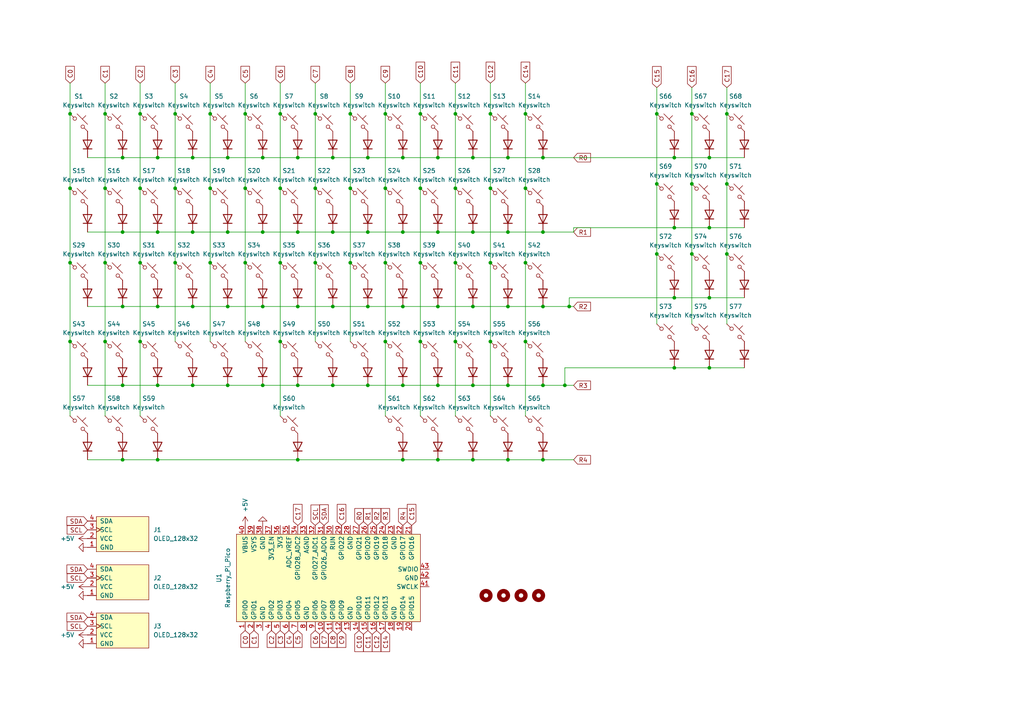
<source format=kicad_sch>
(kicad_sch (version 20231120) (generator "eeschema") (generator_version "8.0")
  (paper "A4")
  (title_block (title "Quantum Board") (date "2024-08-30") (rev "mk. 1") (company "Echo Labs"))
  (lib_symbols
    (symbol "Mechanical:MountingHole" (pin_names (offset 1.016)) (exclude_from_sim yes) (in_bom no)
      (property "Reference" "H" (at 0 5.08 0))
      (property "Value" "MountingHole" (at 0 3.175 0))
    )
    (symbol "ScottoKeebs:MCU_Raspberry_Pi_Pico"
      (property "Reference" "U" (at 0 0 0))
      (property "Value" "Raspberry_Pi_Pico" (at 0 27.94 0))
      (symbol "MCU_Raspberry_Pi_Pico_1_1"
        (pin bidirectional line (at -15.24 24.13 0) (length 2.54) (name "GPIO0") (number "1"))
        (pin bidirectional line (at -15.24 1.27 0) (length 2.54) (name "GPIO7") (number "10"))
        (pin bidirectional line (at -15.24 -1.27 0) (length 2.54) (name "GPIO8") (number "11"))
        (pin bidirectional line (at -15.24 -3.81 0) (length 2.54) (name "GPIO9") (number "12"))
        (pin power_in line (at -15.24 -6.35 0) (length 2.54) (name "GND") (number "13"))
        (pin bidirectional line (at -15.24 -8.89 0) (length 2.54) (name "GPIO10") (number "14"))
        (pin bidirectional line (at -15.24 -11.43 0) (length 2.54) (name "GPIO11") (number "15"))
        (pin bidirectional line (at -15.24 -13.97 0) (length 2.54) (name "GPIO12") (number "16"))
        (pin bidirectional line (at -15.24 -16.51 0) (length 2.54) (name "GPIO13") (number "17"))
        (pin power_in line (at -15.24 -19.05 0) (length 2.54) (name "GND") (number "18"))
        (pin bidirectional line (at -15.24 -21.59 0) (length 2.54) (name "GPIO14") (number "19"))
        (pin bidirectional line (at -15.24 21.59 0) (length 2.54) (name "GPIO1") (number "2"))
        (pin bidirectional line (at -15.24 -24.13 0) (length 2.54) (name "GPIO15") (number "20"))
        (pin bidirectional line (at 15.24 -24.13 180) (length 2.54) (name "GPIO16") (number "21"))
        (pin bidirectional line (at 15.24 -21.59 180) (length 2.54) (name "GPIO17") (number "22"))
        (pin power_in line (at 15.24 -19.05 180) (length 2.54) (name "GND") (number "23"))
        (pin bidirectional line (at 15.24 -16.51 180) (length 2.54) (name "GPIO18") (number "24"))
        (pin bidirectional line (at 15.24 -13.97 180) (length 2.54) (name "GPIO19") (number "25"))
        (pin bidirectional line (at 15.24 -11.43 180) (length 2.54) (name "GPIO20") (number "26"))
        (pin bidirectional line (at 15.24 -8.89 180) (length 2.54) (name "GPIO21") (number "27"))
        (pin power_in line (at 15.24 -6.35 180) (length 2.54) (name "GND") (number "28"))
        (pin bidirectional line (at 15.24 -3.81 180) (length 2.54) (name "GPIO22") (number "29"))
        (pin power_in line (at -15.24 19.05 0) (length 2.54) (name "GND") (number "3"))
        (pin input line (at 15.24 -1.27 180) (length 2.54) (name "RUN") (number "30"))
        (pin bidirectional line (at 15.24 1.27 180) (length 2.54) (name "GPIO26_ADC0") (number "31"))
        (pin bidirectional line (at 15.24 3.81 180) (length 2.54) (name "GPIO27_ADC1") (number "32"))
        (pin power_in line (at 15.24 6.35 180) (length 2.54) (name "AGND") (number "33"))
        (pin bidirectional line (at 15.24 8.89 180) (length 2.54) (name "GPIO28_ADC2") (number "34"))
        (pin power_in line (at 15.24 11.43 180) (length 2.54) (name "ADC_VREF") (number "35"))
        (pin power_in line (at 15.24 13.97 180) (length 2.54) (name "3V3") (number "36"))
        (pin input line (at 15.24 16.51 180) (length 2.54) (name "3V3_EN") (number "37"))
        (pin bidirectional line (at 15.24 19.05 180) (length 2.54) (name "GND") (number "38"))
        (pin power_in line (at 15.24 21.59 180) (length 2.54) (name "VSYS") (number "39"))
        (pin bidirectional line (at -15.24 16.51 0) (length 2.54) (name "GPIO2") (number "4"))
        (pin power_in line (at 15.24 24.13 180) (length 2.54) (name "VBUS") (number "40"))
        (pin input line (at -2.54 -29.21 90) (length 2.54) (name "SWCLK") (number "41"))
        (pin power_in line (at 0 -29.21 90) (length 2.54) (name "GND") (number "42"))
        (pin bidirectional line (at 2.54 -29.21 90) (length 2.54) (name "SWDIO") (number "43"))
        (pin bidirectional line (at -15.24 13.97 0) (length 2.54) (name "GPIO3") (number "5"))
        (pin bidirectional line (at -15.24 11.43 0) (length 2.54) (name "GPIO4") (number "6"))
        (pin bidirectional line (at -15.24 8.89 0) (length 2.54) (name "GPIO5") (number "7"))
        (pin power_in line (at -15.24 6.35 0) (length 2.54) (name "GND") (number "8"))
        (pin bidirectional line (at -15.24 3.81 0) (length 2.54) (name "GPIO6") (number "9"))
      )
    )
    (symbol "ScottoKeebs:OLED_128x32" (pin_names (offset 1.016))
      (property "Reference" "J" (at 0 -6.35 0))
      (property "Value" "OLED_128x32" (at 0 6.35 0))
      (symbol "OLED_128x32_1_1"
        (pin power_in line (at -2.54 -3.81 0) (length 2.54) (name "GND") (number "1"))
        (pin power_in line (at -2.54 -1.27 0) (length 2.54) (name "VCC") (number "2"))
        (pin input clock (at -2.54 1.27 0) (length 2.54) (name "SCL") (number "3"))
        (pin bidirectional line (at -2.54 3.81 0) (length 2.54) (name "SDA") (number "4"))
      )
    )
    (symbol "ScottoKeebs:Placeholder_Diode" (pin_numbers hide) (pin_names hide)
      (property "Reference" "D" (at 0 2.54 0))
      (property "Value" "Diode" (at 0 -2.54 0))
      (symbol "Placeholder_Diode_1_1"
        (pin passive line (at -3.81 0 0) (length 2.54) (name "K") (number "1"))
        (pin passive line (at 3.81 0 180) (length 2.54) (name "A") (number "2"))
      )
    )
    (symbol "ScottoKeebs:Placeholder_Keyswitch" (pin_numbers hide) (pin_names (offset 1.016) hide)
      (property "Reference" "S" (at 3.048 1.016 0))
      (property "Value" "Keyswitch" (at 0 -3.81 0))
      (symbol "Placeholder_Keyswitch_0_1"
        (pin passive line (at -2.54 2.54 0) (length 0) (name "1") (number "1"))
        (pin passive line (at 2.54 -2.54 180) (length 0) (name "2") (number "2"))
      )
    )
    (symbol "power:+5V" (power) (pin_numbers hide) (pin_names (offset 0) hide)
      (property "Value" "+5V" (at 0 3.556 0))
      (symbol "+5V_1_1"
        (pin power_in line (at 0 0 90) (length 0) (name "~") (number "1"))
      )
    )
    (symbol "power:GND" (power) (pin_numbers hide) (pin_names (offset 0) hide)
      (property "Value" "GND" (at 0 -3.81 0))
      (symbol "GND_1_1"
        (pin power_in line (at 0 0 270) (length 0) (name "~") (number "1"))
      )
    )
  )
  (junction (at 81.28 99.06))
  (junction (at 157.48 88.9))
  (junction (at 127 67.31))
  (junction (at 116.84 45.72))
  (junction (at 157.48 133.35))
  (junction (at 190.5 53.34))
  (junction (at 111.76 54.61))
  (junction (at 205.74 86.36))
  (junction (at 40.64 76.2))
  (junction (at 86.36 111.76))
  (junction (at 30.48 76.2))
  (junction (at 81.28 76.2))
  (junction (at 55.88 88.9))
  (junction (at 121.92 54.61))
  (junction (at 60.96 54.61))
  (junction (at 30.48 54.61))
  (junction (at 45.72 111.76))
  (junction (at 205.74 45.72))
  (junction (at 76.2 67.31))
  (junction (at 195.58 45.72))
  (junction (at 45.72 133.35))
  (junction (at 111.76 76.2))
  (junction (at 200.66 73.66))
  (junction (at 35.56 45.72))
  (junction (at 50.8 76.2))
  (junction (at 127 88.9))
  (junction (at 137.16 111.76))
  (junction (at 45.72 88.9))
  (junction (at 200.66 33.02))
  (junction (at 96.52 67.31))
  (junction (at 205.74 106.68))
  (junction (at 190.5 73.66))
  (junction (at 121.92 33.02))
  (junction (at 152.4 99.06))
  (junction (at 50.8 54.61))
  (junction (at 137.16 67.31))
  (junction (at 96.52 88.9))
  (junction (at 210.82 33.02))
  (junction (at 66.04 67.31))
  (junction (at 81.28 54.61))
  (junction (at 200.66 53.34))
  (junction (at 106.68 67.31))
  (junction (at 157.48 67.31))
  (junction (at 121.92 99.06))
  (junction (at 96.52 111.76))
  (junction (at 147.32 67.31))
  (junction (at 101.6 54.61))
  (junction (at 132.08 99.06))
  (junction (at 111.76 33.02))
  (junction (at 147.32 45.72))
  (junction (at 210.82 53.34))
  (junction (at 116.84 67.31))
  (junction (at 60.96 33.02))
  (junction (at 35.56 111.76))
  (junction (at 30.48 33.02))
  (junction (at 190.5 33.02))
  (junction (at 116.84 111.76))
  (junction (at 137.16 45.72))
  (junction (at 157.48 111.76))
  (junction (at 76.2 111.76))
  (junction (at 20.32 99.06))
  (junction (at 71.12 33.02))
  (junction (at 165.1 88.9))
  (junction (at 20.32 54.61))
  (junction (at 96.52 45.72))
  (junction (at 137.16 133.35))
  (junction (at 86.36 67.31))
  (junction (at 142.24 99.06))
  (junction (at 35.56 133.35))
  (junction (at 91.44 76.2))
  (junction (at 50.8 33.02))
  (junction (at 20.32 76.2))
  (junction (at 55.88 67.31))
  (junction (at 91.44 54.61))
  (junction (at 127 45.72))
  (junction (at 163.83 111.76))
  (junction (at 86.36 133.35))
  (junction (at 71.12 76.2))
  (junction (at 30.48 99.06))
  (junction (at 81.28 33.02))
  (junction (at 101.6 76.2))
  (junction (at 152.4 54.61))
  (junction (at 132.08 76.2))
  (junction (at 142.24 33.02))
  (junction (at 106.68 45.72))
  (junction (at 142.24 54.61))
  (junction (at 55.88 45.72))
  (junction (at 116.84 88.9))
  (junction (at 35.56 67.31))
  (junction (at 111.76 99.06))
  (junction (at 116.84 133.35))
  (junction (at 91.44 33.02))
  (junction (at 60.96 76.2))
  (junction (at 40.64 99.06))
  (junction (at 195.58 86.36))
  (junction (at 76.2 88.9))
  (junction (at 86.36 88.9))
  (junction (at 101.6 33.02))
  (junction (at 121.92 76.2))
  (junction (at 45.72 45.72))
  (junction (at 40.64 54.61))
  (junction (at 205.74 66.04))
  (junction (at 195.58 106.68))
  (junction (at 35.56 88.9))
  (junction (at 66.04 111.76))
  (junction (at 147.32 111.76))
  (junction (at 71.12 54.61))
  (junction (at 45.72 67.31))
  (junction (at 106.68 111.76))
  (junction (at 152.4 33.02))
  (junction (at 152.4 76.2))
  (junction (at 137.16 88.9))
  (junction (at 142.24 76.2))
  (junction (at 210.82 73.66))
  (junction (at 106.68 88.9))
  (junction (at 40.64 33.02))
  (junction (at 66.04 88.9))
  (junction (at 147.32 133.35))
  (junction (at 55.88 111.76))
  (junction (at 132.08 54.61))
  (junction (at 195.58 66.04))
  (junction (at 20.32 33.02))
  (junction (at 127 111.76))
  (junction (at 147.32 88.9))
  (junction (at 127 133.35))
  (junction (at 86.36 45.72))
  (junction (at 157.48 45.72))
  (junction (at 132.08 33.02))
  (junction (at 66.04 45.72))
  (junction (at 76.2 45.72))
  (wire (pts (xy 142.24 54.61) (xy 142.24 76.2)))
  (wire (pts (xy 200.66 25.4) (xy 200.66 33.02)))
  (wire (pts (xy 137.16 133.35) (xy 147.32 133.35)))
  (wire (pts (xy 86.36 133.35) (xy 116.84 133.35)))
  (wire (pts (xy 163.83 106.68) (xy 163.83 111.76)))
  (wire (pts (xy 55.88 67.31) (xy 66.04 67.31)))
  (wire (pts (xy 50.8 33.02) (xy 50.8 54.61)))
  (wire (pts (xy 195.58 45.72) (xy 205.74 45.72)))
  (wire (pts (xy 25.4 111.76) (xy 35.56 111.76)))
  (wire (pts (xy 25.4 133.35) (xy 35.56 133.35)))
  (wire (pts (xy 106.68 111.76) (xy 116.84 111.76)))
  (wire (pts (xy 205.74 86.36) (xy 215.9 86.36)))
  (wire (pts (xy 111.76 24.13) (xy 111.76 33.02)))
  (wire (pts (xy 147.32 88.9) (xy 157.48 88.9)))
  (wire (pts (xy 132.08 24.13) (xy 132.08 33.02)))
  (wire (pts (xy 45.72 111.76) (xy 55.88 111.76)))
  (wire (pts (xy 86.36 67.31) (xy 96.52 67.31)))
  (wire (pts (xy 152.4 24.13) (xy 152.4 33.02)))
  (wire (pts (xy 40.64 33.02) (xy 40.64 54.61)))
  (wire (pts (xy 35.56 133.35) (xy 45.72 133.35)))
  (wire (pts (xy 200.66 73.66) (xy 200.66 93.98)))
  (wire (pts (xy 195.58 86.36) (xy 205.74 86.36)))
  (wire (pts (xy 86.36 45.72) (xy 96.52 45.72)))
  (wire (pts (xy 30.48 76.2) (xy 30.48 99.06)))
  (wire (pts (xy 210.82 25.4) (xy 210.82 33.02)))
  (wire (pts (xy 76.2 45.72) (xy 86.36 45.72)))
  (wire (pts (xy 81.28 24.13) (xy 81.28 33.02)))
  (wire (pts (xy 116.84 67.31) (xy 127 67.31)))
  (wire (pts (xy 76.2 111.76) (xy 86.36 111.76)))
  (wire (pts (xy 157.48 111.76) (xy 163.83 111.76)))
  (wire (pts (xy 142.24 24.13) (xy 142.24 33.02)))
  (wire (pts (xy 81.28 54.61) (xy 81.28 76.2)))
  (wire (pts (xy 121.92 99.06) (xy 121.92 120.65)))
  (wire (pts (xy 45.72 45.72) (xy 55.88 45.72)))
  (wire (pts (xy 157.48 67.31) (xy 166.37 67.31)))
  (wire (pts (xy 163.83 111.76) (xy 166.37 111.76)))
  (wire (pts (xy 106.68 88.9) (xy 116.84 88.9)))
  (wire (pts (xy 96.52 67.31) (xy 106.68 67.31)))
  (wire (pts (xy 205.74 106.68) (xy 215.9 106.68)))
  (wire (pts (xy 20.32 33.02) (xy 20.32 54.61)))
  (wire (pts (xy 40.64 54.61) (xy 40.64 76.2)))
  (wire (pts (xy 111.76 76.2) (xy 111.76 99.06)))
  (wire (pts (xy 60.96 54.61) (xy 60.96 76.2)))
  (wire (pts (xy 195.58 66.04) (xy 205.74 66.04)))
  (wire (pts (xy 190.5 53.34) (xy 190.5 73.66)))
  (wire (pts (xy 190.5 25.4) (xy 190.5 33.02)))
  (wire (pts (xy 55.88 111.76) (xy 66.04 111.76)))
  (wire (pts (xy 45.72 88.9) (xy 55.88 88.9)))
  (wire (pts (xy 190.5 73.66) (xy 190.5 93.98)))
  (wire (pts (xy 101.6 33.02) (xy 101.6 54.61)))
  (wire (pts (xy 210.82 33.02) (xy 210.82 53.34)))
  (wire (pts (xy 71.12 33.02) (xy 71.12 54.61)))
  (wire (pts (xy 137.16 45.72) (xy 147.32 45.72)))
  (wire (pts (xy 81.28 99.06) (xy 81.28 120.65)))
  (wire (pts (xy 127 133.35) (xy 137.16 133.35)))
  (wire (pts (xy 147.32 111.76) (xy 157.48 111.76)))
  (wire (pts (xy 30.48 99.06) (xy 30.48 120.65)))
  (wire (pts (xy 101.6 76.2) (xy 101.6 99.06)))
  (wire (pts (xy 106.68 67.31) (xy 116.84 67.31)))
  (wire (pts (xy 116.84 88.9) (xy 127 88.9)))
  (wire (pts (xy 147.32 133.35) (xy 157.48 133.35)))
  (wire (pts (xy 91.44 33.02) (xy 91.44 54.61)))
  (wire (pts (xy 200.66 53.34) (xy 200.66 73.66)))
  (wire (pts (xy 71.12 24.13) (xy 71.12 33.02)))
  (wire (pts (xy 116.84 111.76) (xy 127 111.76)))
  (wire (pts (xy 35.56 88.9) (xy 45.72 88.9)))
  (wire (pts (xy 205.74 66.04) (xy 215.9 66.04)))
  (wire (pts (xy 121.92 24.13) (xy 121.92 33.02)))
  (wire (pts (xy 190.5 33.02) (xy 190.5 53.34)))
  (wire (pts (xy 30.48 24.13) (xy 30.48 33.02)))
  (wire (pts (xy 137.16 88.9) (xy 147.32 88.9)))
  (wire (pts (xy 45.72 133.35) (xy 86.36 133.35)))
  (wire (pts (xy 195.58 106.68) (xy 205.74 106.68)))
  (wire (pts (xy 55.88 45.72) (xy 66.04 45.72)))
  (wire (pts (xy 132.08 54.61) (xy 132.08 76.2)))
  (wire (pts (xy 60.96 33.02) (xy 60.96 54.61)))
  (wire (pts (xy 116.84 133.35) (xy 127 133.35)))
  (wire (pts (xy 91.44 54.61) (xy 91.44 76.2)))
  (wire (pts (xy 96.52 88.9) (xy 106.68 88.9)))
  (wire (pts (xy 147.32 45.72) (xy 157.48 45.72)))
  (wire (pts (xy 121.92 76.2) (xy 121.92 99.06)))
  (wire (pts (xy 50.8 24.13) (xy 50.8 33.02)))
  (wire (pts (xy 152.4 76.2) (xy 152.4 99.06)))
  (wire (pts (xy 45.72 67.31) (xy 55.88 67.31)))
  (wire (pts (xy 132.08 33.02) (xy 132.08 54.61)))
  (wire (pts (xy 81.28 76.2) (xy 81.28 99.06)))
  (wire (pts (xy 152.4 33.02) (xy 152.4 54.61)))
  (wire (pts (xy 60.96 76.2) (xy 60.96 99.06)))
  (wire (pts (xy 210.82 73.66) (xy 210.82 93.98)))
  (wire (pts (xy 157.48 45.72) (xy 195.58 45.72)))
  (wire (pts (xy 96.52 111.76) (xy 106.68 111.76)))
  (wire (pts (xy 195.58 86.36) (xy 165.1 86.36)))
  (wire (pts (xy 20.32 54.61) (xy 20.32 76.2)))
  (wire (pts (xy 142.24 76.2) (xy 142.24 99.06)))
  (wire (pts (xy 91.44 76.2) (xy 91.44 99.06)))
  (wire (pts (xy 127 67.31) (xy 137.16 67.31)))
  (wire (pts (xy 66.04 45.72) (xy 76.2 45.72)))
  (wire (pts (xy 127 45.72) (xy 137.16 45.72)))
  (wire (pts (xy 20.32 76.2) (xy 20.32 99.06)))
  (wire (pts (xy 60.96 24.13) (xy 60.96 33.02)))
  (wire (pts (xy 205.74 45.72) (xy 215.9 45.72)))
  (wire (pts (xy 66.04 111.76) (xy 76.2 111.76)))
  (wire (pts (xy 76.2 67.31) (xy 86.36 67.31)))
  (wire (pts (xy 165.1 88.9) (xy 166.37 88.9)))
  (wire (pts (xy 81.28 33.02) (xy 81.28 54.61)))
  (wire (pts (xy 40.64 99.06) (xy 40.64 120.65)))
  (wire (pts (xy 116.84 45.72) (xy 127 45.72)))
  (wire (pts (xy 35.56 111.76) (xy 45.72 111.76)))
  (wire (pts (xy 111.76 54.61) (xy 111.76 76.2)))
  (wire (pts (xy 101.6 24.13) (xy 101.6 33.02)))
  (wire (pts (xy 121.92 54.61) (xy 121.92 76.2)))
  (wire (pts (xy 195.58 106.68) (xy 163.83 106.68)))
  (wire (pts (xy 25.4 45.72) (xy 35.56 45.72)))
  (wire (pts (xy 195.58 66.04) (xy 166.37 66.04)))
  (wire (pts (xy 106.68 45.72) (xy 116.84 45.72)))
  (wire (pts (xy 20.32 24.13) (xy 20.32 33.02)))
  (wire (pts (xy 142.24 99.06) (xy 142.24 120.65)))
  (wire (pts (xy 152.4 54.61) (xy 152.4 76.2)))
  (wire (pts (xy 25.4 67.31) (xy 35.56 67.31)))
  (wire (pts (xy 30.48 33.02) (xy 30.48 54.61)))
  (wire (pts (xy 127 88.9) (xy 137.16 88.9)))
  (wire (pts (xy 121.92 33.02) (xy 121.92 54.61)))
  (wire (pts (xy 71.12 76.2) (xy 71.12 99.06)))
  (wire (pts (xy 166.37 66.04) (xy 166.37 67.31)))
  (wire (pts (xy 111.76 33.02) (xy 111.76 54.61)))
  (wire (pts (xy 132.08 99.06) (xy 132.08 120.65)))
  (wire (pts (xy 35.56 67.31) (xy 45.72 67.31)))
  (wire (pts (xy 157.48 133.35) (xy 166.37 133.35)))
  (wire (pts (xy 137.16 111.76) (xy 147.32 111.76)))
  (wire (pts (xy 66.04 67.31) (xy 76.2 67.31)))
  (wire (pts (xy 147.32 67.31) (xy 157.48 67.31)))
  (wire (pts (xy 40.64 76.2) (xy 40.64 99.06)))
  (wire (pts (xy 30.48 54.61) (xy 30.48 76.2)))
  (wire (pts (xy 157.48 88.9) (xy 165.1 88.9)))
  (wire (pts (xy 66.04 88.9) (xy 76.2 88.9)))
  (wire (pts (xy 76.2 88.9) (xy 86.36 88.9)))
  (wire (pts (xy 127 111.76) (xy 137.16 111.76)))
  (wire (pts (xy 25.4 88.9) (xy 35.56 88.9)))
  (wire (pts (xy 210.82 53.34) (xy 210.82 73.66)))
  (wire (pts (xy 132.08 76.2) (xy 132.08 99.06)))
  (wire (pts (xy 200.66 33.02) (xy 200.66 53.34)))
  (wire (pts (xy 142.24 33.02) (xy 142.24 54.61)))
  (wire (pts (xy 50.8 54.61) (xy 50.8 76.2)))
  (wire (pts (xy 71.12 54.61) (xy 71.12 76.2)))
  (wire (pts (xy 35.56 45.72) (xy 45.72 45.72)))
  (wire (pts (xy 55.88 88.9) (xy 66.04 88.9)))
  (wire (pts (xy 40.64 24.13) (xy 40.64 33.02)))
  (wire (pts (xy 165.1 86.36) (xy 165.1 88.9)))
  (wire (pts (xy 152.4 99.06) (xy 152.4 120.65)))
  (wire (pts (xy 50.8 76.2) (xy 50.8 99.06)))
  (wire (pts (xy 111.76 99.06) (xy 111.76 120.65)))
  (wire (pts (xy 86.36 111.76) (xy 96.52 111.76)))
  (wire (pts (xy 96.52 45.72) (xy 106.68 45.72)))
  (wire (pts (xy 86.36 88.9) (xy 96.52 88.9)))
  (wire (pts (xy 137.16 67.31) (xy 147.32 67.31)))
  (wire (pts (xy 20.32 99.06) (xy 20.32 120.65)))
  (wire (pts (xy 91.44 24.13) (xy 91.44 33.02)))
  (wire (pts (xy 101.6 54.61) (xy 101.6 76.2)))
  (global_label "C2" (shape input) (at 40.64 24.13 90) (property "Intersheetrefs" "${INTERSHEET_REFS}" (effects (hide yes))))
  (global_label "C0" (shape input) (at 20.32 24.13 90) (property "Intersheetrefs" "${INTERSHEET_REFS}" (effects (hide yes))))
  (global_label "C8" (shape input) (at 96.52 182.88 270) (property "Intersheetrefs" "${INTERSHEET_REFS}" (effects (hide yes))))
  (global_label "R0" (shape input) (at 104.14 152.4 90) (property "Intersheetrefs" "${INTERSHEET_REFS}" (effects (hide yes))))
  (global_label "C17" (shape input) (at 86.36 152.4 90) (property "Intersheetrefs" "${INTERSHEET_REFS}" (effects (hide yes))))
  (global_label "C9" (shape input) (at 111.76 24.13 90) (property "Intersheetrefs" "${INTERSHEET_REFS}" (effects (hide yes))))
  (global_label "C7" (shape input) (at 91.44 24.13 90) (property "Intersheetrefs" "${INTERSHEET_REFS}" (effects (hide yes))))
  (global_label "C6" (shape input) (at 81.28 24.13 90) (property "Intersheetrefs" "${INTERSHEET_REFS}" (effects (hide yes))))
  (global_label "SDA" (shape input) (at 25.4 179.07 180) (property "Intersheetrefs" "${INTERSHEET_REFS}" (effects (hide yes))))
  (global_label "SCL" (shape input) (at 25.4 153.67 180) (property "Intersheetrefs" "${INTERSHEET_REFS}" (effects (hide yes))))
  (global_label "R3" (shape input) (at 166.37 111.76 0) (property "Intersheetrefs" "${INTERSHEET_REFS}" (effects (hide yes))))
  (global_label "R4" (shape input) (at 116.84 152.4 90) (property "Intersheetrefs" "${INTERSHEET_REFS}" (effects (hide yes))))
  (global_label "R1" (shape input) (at 166.37 67.31 0) (property "Intersheetrefs" "${INTERSHEET_REFS}" (effects (hide yes))))
  (global_label "SDA" (shape input) (at 93.98 152.4 90) (property "Intersheetrefs" "${INTERSHEET_REFS}" (effects (hide yes))))
  (global_label "C3" (shape input) (at 50.8 24.13 90) (property "Intersheetrefs" "${INTERSHEET_REFS}" (effects (hide yes))))
  (global_label "C10" (shape input) (at 121.92 24.13 90) (property "Intersheetrefs" "${INTERSHEET_REFS}" (effects (hide yes))))
  (global_label "C17" (shape input) (at 210.82 25.4 90) (property "Intersheetrefs" "${INTERSHEET_REFS}" (effects (hide yes))))
  (global_label "C5" (shape input) (at 86.36 182.88 270) (property "Intersheetrefs" "${INTERSHEET_REFS}" (effects (hide yes))))
  (global_label "C16" (shape input) (at 99.06 152.4 90) (property "Intersheetrefs" "${INTERSHEET_REFS}" (effects (hide yes))))
  (global_label "C4" (shape input) (at 83.82 182.88 270) (property "Intersheetrefs" "${INTERSHEET_REFS}" (effects (hide yes))))
  (global_label "C9" (shape input) (at 99.06 182.88 270) (property "Intersheetrefs" "${INTERSHEET_REFS}" (effects (hide yes))))
  (global_label "R0" (shape input) (at 166.37 45.72 0) (property "Intersheetrefs" "${INTERSHEET_REFS}" (effects (hide yes))))
  (global_label "C7" (shape input) (at 93.98 182.88 270) (property "Intersheetrefs" "${INTERSHEET_REFS}" (effects (hide yes))))
  (global_label "C4" (shape input) (at 60.96 24.13 90) (property "Intersheetrefs" "${INTERSHEET_REFS}" (effects (hide yes))))
  (global_label "SCL" (shape input) (at 25.4 167.64 180) (property "Intersheetrefs" "${INTERSHEET_REFS}" (effects (hide yes))))
  (global_label "C14" (shape input) (at 111.76 182.88 270) (property "Intersheetrefs" "${INTERSHEET_REFS}" (effects (hide yes))))
  (global_label "C12" (shape input) (at 109.22 182.88 270) (property "Intersheetrefs" "${INTERSHEET_REFS}" (effects (hide yes))))
  (global_label "R3" (shape input) (at 111.76 152.4 90) (property "Intersheetrefs" "${INTERSHEET_REFS}" (effects (hide yes))))
  (global_label "C12" (shape input) (at 142.24 24.13 90) (property "Intersheetrefs" "${INTERSHEET_REFS}" (effects (hide yes))))
  (global_label "SCL" (shape input) (at 25.4 181.61 180) (property "Intersheetrefs" "${INTERSHEET_REFS}" (effects (hide yes))))
  (global_label "C15" (shape input) (at 190.5 25.4 90) (property "Intersheetrefs" "${INTERSHEET_REFS}" (effects (hide yes))))
  (global_label "SDA" (shape input) (at 25.4 165.1 180) (property "Intersheetrefs" "${INTERSHEET_REFS}" (effects (hide yes))))
  (global_label "SCL" (shape input) (at 91.44 152.4 90) (property "Intersheetrefs" "${INTERSHEET_REFS}" (effects (hide yes))))
  (global_label "C1" (shape input) (at 73.66 182.88 270) (property "Intersheetrefs" "${INTERSHEET_REFS}" (effects (hide yes))))
  (global_label "R2" (shape input) (at 166.37 88.9 0) (property "Intersheetrefs" "${INTERSHEET_REFS}" (effects (hide yes))))
  (global_label "SDA" (shape input) (at 25.4 151.13 180) (property "Intersheetrefs" "${INTERSHEET_REFS}" (effects (hide yes))))
  (global_label "C8" (shape input) (at 101.6 24.13 90) (property "Intersheetrefs" "${INTERSHEET_REFS}" (effects (hide yes))))
  (global_label "R1" (shape input) (at 106.68 152.4 90) (property "Intersheetrefs" "${INTERSHEET_REFS}" (effects (hide yes))))
  (global_label "C1" (shape input) (at 30.48 24.13 90) (property "Intersheetrefs" "${INTERSHEET_REFS}" (effects (hide yes))))
  (global_label "C14" (shape input) (at 152.4 24.13 90) (property "Intersheetrefs" "${INTERSHEET_REFS}" (effects (hide yes))))
  (global_label "C0" (shape input) (at 71.12 182.88 270) (property "Intersheetrefs" "${INTERSHEET_REFS}" (effects (hide yes))))
  (global_label "C2" (shape input) (at 78.74 182.88 270) (property "Intersheetrefs" "${INTERSHEET_REFS}" (effects (hide yes))))
  (global_label "R4" (shape input) (at 166.37 133.35 0) (property "Intersheetrefs" "${INTERSHEET_REFS}" (effects (hide yes))))
  (global_label "C15" (shape input) (at 119.38 152.4 90) (property "Intersheetrefs" "${INTERSHEET_REFS}" (effects (hide yes))))
  (global_label "C11" (shape input) (at 132.08 24.13 90) (property "Intersheetrefs" "${INTERSHEET_REFS}" (effects (hide yes))))
  (global_label "C10" (shape input) (at 104.14 182.88 270) (property "Intersheetrefs" "${INTERSHEET_REFS}" (effects (hide yes))))
  (global_label "C6" (shape input) (at 91.44 182.88 270) (property "Intersheetrefs" "${INTERSHEET_REFS}" (effects (hide yes))))
  (global_label "C11" (shape input) (at 106.68 182.88 270) (property "Intersheetrefs" "${INTERSHEET_REFS}" (effects (hide yes))))
  (global_label "C5" (shape input) (at 71.12 24.13 90) (property "Intersheetrefs" "${INTERSHEET_REFS}" (effects (hide yes))))
  (global_label "C16" (shape input) (at 200.66 25.4 90) (property "Intersheetrefs" "${INTERSHEET_REFS}" (effects (hide yes))))
  (global_label "C3" (shape input) (at 81.28 182.88 270) (property "Intersheetrefs" "${INTERSHEET_REFS}" (effects (hide yes))))
  (global_label "R2" (shape input) (at 109.22 152.4 90) (property "Intersheetrefs" "${INTERSHEET_REFS}" (effects (hide yes))))
  (symbol (lib_id "power:GND") (at 76.2 152.4 180) (unit 1)
    (property "Reference" "#PWR02" (effects (hide yes)))
    (property "Value" "GND" (effects (hide yes)))
    (property "Description" "Power symbol creates a global label with name \"GND\" , ground" (effects (hide yes)))
  )
  (symbol (lib_id "ScottoKeebs:Placeholder_Diode") (at 45.72 63.5 90) (unit 1)
    (property "Reference" "D17" (effects (hide yes)))
    (property "Value" "Diode" (effects (hide yes)))
    (property "Footprint" "ScottoKeebs_Components:Diode_DO-35" (effects (hide yes)))
    (property "Description" "1N4148 (DO-35) or 1N4148W (SOD-123)" (effects (hide yes)))
    (property "Sim.Device" "D" (effects (hide yes)))
    (property "Sim.Pins" "1=K 2=A" (effects (hide yes)))
  )
  (symbol (lib_id "ScottoKeebs:Placeholder_Diode") (at 147.32 63.5 90) (unit 1)
    (property "Reference" "D27" (effects (hide yes)))
    (property "Value" "Diode" (effects (hide yes)))
    (property "Footprint" "ScottoKeebs_Components:Diode_DO-35" (effects (hide yes)))
    (property "Description" "1N4148 (DO-35) or 1N4148W (SOD-123)" (effects (hide yes)))
    (property "Sim.Device" "D" (effects (hide yes)))
    (property "Sim.Pins" "1=K 2=A" (effects (hide yes)))
  )
  (symbol (lib_id "ScottoKeebs:Placeholder_Diode") (at 195.58 102.87 90) (unit 1)
    (property "Reference" "D73" (effects (hide yes)))
    (property "Value" "Diode" (effects (hide yes)))
    (property "Footprint" "ScottoKeebs_Components:Diode_DO-35" (effects (hide yes)))
    (property "Description" "1N4148 (DO-35) or 1N4148W (SOD-123)" (effects (hide yes)))
    (property "Sim.Device" "D" (effects (hide yes)))
    (property "Sim.Pins" "1=K 2=A" (effects (hide yes)))
  )
  (symbol (lib_id "Mechanical:MountingHole") (at 146.05 172.72 0) (unit 1) (exclude_from_sim yes) (in_bom no)
    (property "Reference" "H2" (effects (hide yes)))
    (property "Value" "MountingHole" (effects (hide yes)))
    (property "Footprint" "MountingHole:MountingHole_3.2mm_M3" (effects (hide yes)))
    (property "Description" "Mounting Hole without connection" (effects (hide yes)))
  )
  (symbol (lib_id "ScottoKeebs:Placeholder_Diode") (at 127 107.95 90) (unit 1)
    (property "Reference" "D53" (effects (hide yes)))
    (property "Value" "Diode" (effects (hide yes)))
    (property "Footprint" "ScottoKeebs_Components:Diode_DO-35" (effects (hide yes)))
    (property "Description" "1N4148 (DO-35) or 1N4148W (SOD-123)" (effects (hide yes)))
    (property "Sim.Device" "D" (effects (hide yes)))
    (property "Sim.Pins" "1=K 2=A" (effects (hide yes)))
  )
  (symbol (lib_id "ScottoKeebs:Placeholder_Diode") (at 55.88 107.95 90) (unit 1)
    (property "Reference" "D46" (effects (hide yes)))
    (property "Value" "Diode" (effects (hide yes)))
    (property "Footprint" "ScottoKeebs_Components:Diode_DO-35" (effects (hide yes)))
    (property "Description" "1N4148 (DO-35) or 1N4148W (SOD-123)" (effects (hide yes)))
    (property "Sim.Device" "D" (effects (hide yes)))
    (property "Sim.Pins" "1=K 2=A" (effects (hide yes)))
  )
  (symbol (lib_id "ScottoKeebs:Placeholder_Keyswitch") (at 83.82 35.56 0) (unit 1)
    (property "Reference" "S7" (at 83.82 27.94 0))
    (property "Value" "Keyswitch" (at 83.82 30.48 0))
    (property "Footprint" "ScottoKeebs_Choc:Choc_V1_1.00u" (effects (hide yes)))
    (property "Description" "Push button switch, normally open, two pins, 45° tilted" (effects (hide yes)))
  )
  (symbol (lib_id "ScottoKeebs:Placeholder_Diode") (at 45.72 85.09 90) (unit 1)
    (property "Reference" "D31" (effects (hide yes)))
    (property "Value" "Diode" (effects (hide yes)))
    (property "Footprint" "ScottoKeebs_Components:Diode_DO-35" (effects (hide yes)))
    (property "Description" "1N4148 (DO-35) or 1N4148W (SOD-123)" (effects (hide yes)))
    (property "Sim.Device" "D" (effects (hide yes)))
    (property "Sim.Pins" "1=K 2=A" (effects (hide yes)))
  )
  (symbol (lib_id "ScottoKeebs:Placeholder_Diode") (at 35.56 129.54 90) (unit 1)
    (property "Reference" "D58" (effects (hide yes)))
    (property "Value" "Diode" (effects (hide yes)))
    (property "Footprint" "ScottoKeebs_Components:Diode_DO-35" (effects (hide yes)))
    (property "Description" "1N4148 (DO-35) or 1N4148W (SOD-123)" (effects (hide yes)))
    (property "Sim.Device" "D" (effects (hide yes)))
    (property "Sim.Pins" "1=K 2=A" (effects (hide yes)))
  )
  (symbol (lib_id "ScottoKeebs:Placeholder_Keyswitch") (at 154.94 78.74 0) (unit 1)
    (property "Reference" "S42" (at 154.94 71.12 0))
    (property "Value" "Keyswitch" (at 154.94 73.66 0))
    (property "Footprint" "ScottoKeebs_Choc:Choc_V1_1.50u" (effects (hide yes)))
    (property "Description" "Push button switch, normally open, two pins, 45° tilted" (effects (hide yes)))
  )
  (symbol (lib_id "ScottoKeebs:Placeholder_Keyswitch") (at 33.02 57.15 0) (unit 1)
    (property "Reference" "S16" (at 33.02 49.53 0))
    (property "Value" "Keyswitch" (at 33.02 52.07 0))
    (property "Footprint" "ScottoKeebs_Choc:Choc_V1_1.00u" (effects (hide yes)))
    (property "Description" "Push button switch, normally open, two pins, 45° tilted" (effects (hide yes)))
  )
  (symbol (lib_id "ScottoKeebs:Placeholder_Keyswitch") (at 134.62 123.19 0) (unit 1)
    (property "Reference" "S63" (at 134.62 115.57 0))
    (property "Value" "Keyswitch" (at 134.62 118.11 0))
    (property "Footprint" "ScottoKeebs_Choc:Choc_V1_1.00u" (effects (hide yes)))
    (property "Description" "Push button switch, normally open, two pins, 45° tilted" (effects (hide yes)))
  )
  (symbol (lib_id "ScottoKeebs:Placeholder_Keyswitch") (at 104.14 57.15 0) (unit 1)
    (property "Reference" "S23" (at 104.14 49.53 0))
    (property "Value" "Keyswitch" (at 104.14 52.07 0))
    (property "Footprint" "ScottoKeebs_Choc:Choc_V1_1.00u" (effects (hide yes)))
    (property "Description" "Push button switch, normally open, two pins, 45° tilted" (effects (hide yes)))
  )
  (symbol (lib_id "ScottoKeebs:Placeholder_Diode") (at 127 129.54 90) (unit 1)
    (property "Reference" "D61" (effects (hide yes)))
    (property "Value" "Diode" (effects (hide yes)))
    (property "Footprint" "ScottoKeebs_Components:Diode_DO-35" (effects (hide yes)))
    (property "Description" "1N4148 (DO-35) or 1N4148W (SOD-123)" (effects (hide yes)))
    (property "Sim.Device" "D" (effects (hide yes)))
    (property "Sim.Pins" "1=K 2=A" (effects (hide yes)))
  )
  (symbol (lib_id "power:GND") (at 25.4 158.75 270) (unit 1)
    (property "Reference" "#PWR04" (effects (hide yes)))
    (property "Value" "GND" (effects (hide yes)))
    (property "Description" "Power symbol creates a global label with name \"GND\" , ground" (effects (hide yes)))
  )
  (symbol (lib_id "ScottoKeebs:Placeholder_Keyswitch") (at 134.62 78.74 0) (unit 1)
    (property "Reference" "S40" (at 134.62 71.12 0))
    (property "Value" "Keyswitch" (at 134.62 73.66 0))
    (property "Footprint" "ScottoKeebs_Choc:Choc_V1_1.00u" (effects (hide yes)))
    (property "Description" "Push button switch, normally open, two pins, 45° tilted" (effects (hide yes)))
  )
  (symbol (lib_id "ScottoKeebs:Placeholder_Keyswitch") (at 144.78 35.56 0) (unit 1)
    (property "Reference" "S13" (at 144.78 27.94 0))
    (property "Value" "Keyswitch" (at 144.78 30.48 0))
    (property "Footprint" "ScottoKeebs_Choc:Choc_V1_1.00u" (effects (hide yes)))
    (property "Description" "Push button switch, normally open, two pins, 45° tilted" (effects (hide yes)))
  )
  (symbol (lib_id "ScottoKeebs:Placeholder_Keyswitch") (at 154.94 101.6 0) (unit 1)
    (property "Reference" "S56" (at 154.94 93.98 0))
    (property "Value" "Keyswitch" (at 154.94 96.52 0))
    (property "Footprint" "ScottoKeebs_Choc:Choc_V1_1.50u" (effects (hide yes)))
    (property "Description" "Push button switch, normally open, two pins, 45° tilted" (effects (hide yes)))
  )
  (symbol (lib_id "ScottoKeebs:Placeholder_Keyswitch") (at 22.86 57.15 0) (unit 1)
    (property "Reference" "S15" (at 22.86 49.53 0))
    (property "Value" "Keyswitch" (at 22.86 52.07 0))
    (property "Footprint" "ScottoKeebs_Choc:Choc_V1_1.50u" (effects (hide yes)))
    (property "Description" "Push button switch, normally open, two pins, 45° tilted" (effects (hide yes)))
  )
  (symbol (lib_id "ScottoKeebs:Placeholder_Keyswitch") (at 203.2 96.52 0) (unit 1)
    (property "Reference" "S75" (at 203.2 88.9 0))
    (property "Value" "Keyswitch" (at 203.2 91.44 0))
    (property "Footprint" "ScottoKeebs_Choc:Choc_V1_1.00u" (effects (hide yes)))
    (property "Description" "Push button switch, normally open, two pins, 45° tilted" (effects (hide yes)))
  )
  (symbol (lib_id "ScottoKeebs:Placeholder_Diode") (at 205.74 62.23 90) (unit 1)
    (property "Reference" "D70" (effects (hide yes)))
    (property "Value" "Diode" (effects (hide yes)))
    (property "Footprint" "ScottoKeebs_Components:Diode_DO-35" (effects (hide yes)))
    (property "Description" "1N4148 (DO-35) or 1N4148W (SOD-123)" (effects (hide yes)))
    (property "Sim.Device" "D" (effects (hide yes)))
    (property "Sim.Pins" "1=K 2=A" (effects (hide yes)))
  )
  (symbol (lib_id "ScottoKeebs:Placeholder_Diode") (at 116.84 107.95 90) (unit 1)
    (property "Reference" "D52" (effects (hide yes)))
    (property "Value" "Diode" (effects (hide yes)))
    (property "Footprint" "ScottoKeebs_Components:Diode_DO-35" (effects (hide yes)))
    (property "Description" "1N4148 (DO-35) or 1N4148W (SOD-123)" (effects (hide yes)))
    (property "Sim.Device" "D" (effects (hide yes)))
    (property "Sim.Pins" "1=K 2=A" (effects (hide yes)))
  )
  (symbol (lib_id "ScottoKeebs:Placeholder_Keyswitch") (at 154.94 57.15 0) (unit 1)
    (property "Reference" "S28" (at 154.94 49.53 0))
    (property "Value" "Keyswitch" (at 154.94 52.07 0))
    (property "Footprint" "ScottoKeebs_Choc:Choc_V1_1.50u" (effects (hide yes)))
    (property "Description" "Push button switch, normally open, two pins, 45° tilted" (effects (hide yes)))
  )
  (symbol (lib_id "ScottoKeebs:Placeholder_Keyswitch") (at 114.3 78.74 0) (unit 1)
    (property "Reference" "S38" (at 114.3 71.12 0))
    (property "Value" "Keyswitch" (at 114.3 73.66 0))
    (property "Footprint" "ScottoKeebs_Choc:Choc_V1_1.00u" (effects (hide yes)))
    (property "Description" "Push button switch, normally open, two pins, 45° tilted" (effects (hide yes)))
  )
  (symbol (lib_id "Mechanical:MountingHole") (at 140.97 172.72 0) (unit 1) (exclude_from_sim yes) (in_bom no)
    (property "Reference" "H1" (effects (hide yes)))
    (property "Value" "MountingHole" (effects (hide yes)))
    (property "Footprint" "MountingHole:MountingHole_3.2mm_M3" (effects (hide yes)))
    (property "Description" "Mounting Hole without connection" (effects (hide yes)))
  )
  (symbol (lib_id "ScottoKeebs:Placeholder_Keyswitch") (at 22.86 78.74 0) (unit 1)
    (property "Reference" "S29" (at 22.86 71.12 0))
    (property "Value" "Keyswitch" (at 22.86 73.66 0))
    (property "Footprint" "ScottoKeebs_Choc:Choc_V1_1.50u" (effects (hide yes)))
    (property "Description" "Push button switch, normally open, two pins, 45° tilted" (effects (hide yes)))
  )
  (symbol (lib_id "ScottoKeebs:Placeholder_Diode") (at 116.84 41.91 90) (unit 1)
    (property "Reference" "D10" (effects (hide yes)))
    (property "Value" "Diode" (effects (hide yes)))
    (property "Footprint" "ScottoKeebs_Components:Diode_DO-35" (effects (hide yes)))
    (property "Description" "1N4148 (DO-35) or 1N4148W (SOD-123)" (effects (hide yes)))
    (property "Sim.Device" "D" (effects (hide yes)))
    (property "Sim.Pins" "1=K 2=A" (effects (hide yes)))
  )
  (symbol (lib_id "ScottoKeebs:Placeholder_Keyswitch") (at 134.62 57.15 0) (unit 1)
    (property "Reference" "S26" (at 134.62 49.53 0))
    (property "Value" "Keyswitch" (at 134.62 52.07 0))
    (property "Footprint" "ScottoKeebs_Choc:Choc_V1_1.00u" (effects (hide yes)))
    (property "Description" "Push button switch, normally open, two pins, 45° tilted" (effects (hide yes)))
  )
  (symbol (lib_id "ScottoKeebs:Placeholder_Diode") (at 106.68 85.09 90) (unit 1)
    (property "Reference" "D37" (effects (hide yes)))
    (property "Value" "Diode" (effects (hide yes)))
    (property "Footprint" "ScottoKeebs_Components:Diode_DO-35" (effects (hide yes)))
    (property "Description" "1N4148 (DO-35) or 1N4148W (SOD-123)" (effects (hide yes)))
    (property "Sim.Device" "D" (effects (hide yes)))
    (property "Sim.Pins" "1=K 2=A" (effects (hide yes)))
  )
  (symbol (lib_id "ScottoKeebs:Placeholder_Keyswitch") (at 124.46 123.19 0) (unit 1)
    (property "Reference" "S62" (at 124.46 115.57 0))
    (property "Value" "Keyswitch" (at 124.46 118.11 0))
    (property "Footprint" "ScottoKeebs_Choc:Choc_V1_1.00u" (effects (hide yes)))
    (property "Description" "Push button switch, normally open, two pins, 45° tilted" (effects (hide yes)))
  )
  (symbol (lib_id "ScottoKeebs:Placeholder_Keyswitch") (at 124.46 35.56 0) (unit 1)
    (property "Reference" "S11" (at 124.46 27.94 0))
    (property "Value" "Keyswitch" (at 124.46 30.48 0))
    (property "Footprint" "ScottoKeebs_Choc:Choc_V1_1.00u" (effects (hide yes)))
    (property "Description" "Push button switch, normally open, two pins, 45° tilted" (effects (hide yes)))
  )
  (symbol (lib_id "ScottoKeebs:Placeholder_Keyswitch") (at 193.04 35.56 0) (unit 1)
    (property "Reference" "S66" (at 193.04 27.94 0))
    (property "Value" "Keyswitch" (at 193.04 30.48 0))
    (property "Footprint" "ScottoKeebs_Choc:Choc_V1_1.00u" (effects (hide yes)))
    (property "Description" "Push button switch, normally open, two pins, 45° tilted" (effects (hide yes)))
  )
  (symbol (lib_id "ScottoKeebs:Placeholder_Diode") (at 147.32 129.54 90) (unit 1)
    (property "Reference" "D64" (effects (hide yes)))
    (property "Value" "Diode" (effects (hide yes)))
    (property "Footprint" "ScottoKeebs_Components:Diode_DO-35" (effects (hide yes)))
    (property "Description" "1N4148 (DO-35) or 1N4148W (SOD-123)" (effects (hide yes)))
    (property "Sim.Device" "D" (effects (hide yes)))
    (property "Sim.Pins" "1=K 2=A" (effects (hide yes)))
  )
  (symbol (lib_id "ScottoKeebs:Placeholder_Diode") (at 66.04 85.09 90) (unit 1)
    (property "Reference" "D33" (effects (hide yes)))
    (property "Value" "Diode" (effects (hide yes)))
    (property "Footprint" "ScottoKeebs_Components:Diode_DO-35" (effects (hide yes)))
    (property "Description" "1N4148 (DO-35) or 1N4148W (SOD-123)" (effects (hide yes)))
    (property "Sim.Device" "D" (effects (hide yes)))
    (property "Sim.Pins" "1=K 2=A" (effects (hide yes)))
  )
  (symbol (lib_id "ScottoKeebs:Placeholder_Diode") (at 76.2 41.91 90) (unit 1)
    (property "Reference" "D6" (effects (hide yes)))
    (property "Value" "Diode" (effects (hide yes)))
    (property "Footprint" "ScottoKeebs_Components:Diode_DO-35" (effects (hide yes)))
    (property "Description" "1N4148 (DO-35) or 1N4148W (SOD-123)" (effects (hide yes)))
    (property "Sim.Device" "D" (effects (hide yes)))
    (property "Sim.Pins" "1=K 2=A" (effects (hide yes)))
  )
  (symbol (lib_id "ScottoKeebs:Placeholder_Diode") (at 157.48 107.95 90) (unit 1)
    (property "Reference" "D56" (effects (hide yes)))
    (property "Value" "Diode" (effects (hide yes)))
    (property "Footprint" "ScottoKeebs_Components:Diode_DO-35" (effects (hide yes)))
    (property "Description" "1N4148 (DO-35) or 1N4148W (SOD-123)" (effects (hide yes)))
    (property "Sim.Device" "D" (effects (hide yes)))
    (property "Sim.Pins" "1=K 2=A" (effects (hide yes)))
  )
  (symbol (lib_id "ScottoKeebs:Placeholder_Diode") (at 127 85.09 90) (unit 1)
    (property "Reference" "D39" (effects (hide yes)))
    (property "Value" "Diode" (effects (hide yes)))
    (property "Footprint" "ScottoKeebs_Components:Diode_DO-35" (effects (hide yes)))
    (property "Description" "1N4148 (DO-35) or 1N4148W (SOD-123)" (effects (hide yes)))
    (property "Sim.Device" "D" (effects (hide yes)))
    (property "Sim.Pins" "1=K 2=A" (effects (hide yes)))
  )
  (symbol (lib_id "ScottoKeebs:Placeholder_Keyswitch") (at 43.18 57.15 0) (unit 1)
    (property "Reference" "S17" (at 43.18 49.53 0))
    (property "Value" "Keyswitch" (at 43.18 52.07 0))
    (property "Footprint" "ScottoKeebs_Choc:Choc_V1_1.00u" (effects (hide yes)))
    (property "Description" "Push button switch, normally open, two pins, 45° tilted" (effects (hide yes)))
  )
  (symbol (lib_id "ScottoKeebs:Placeholder_Diode") (at 35.56 41.91 90) (unit 1)
    (property "Reference" "D2" (effects (hide yes)))
    (property "Value" "Diode" (effects (hide yes)))
    (property "Footprint" "ScottoKeebs_Components:Diode_DO-35" (effects (hide yes)))
    (property "Description" "1N4148 (DO-35) or 1N4148W (SOD-123)" (effects (hide yes)))
    (property "Sim.Device" "D" (effects (hide yes)))
    (property "Sim.Pins" "1=K 2=A" (effects (hide yes)))
  )
  (symbol (lib_id "ScottoKeebs:Placeholder_Diode") (at 25.4 107.95 90) (unit 1)
    (property "Reference" "D43" (effects (hide yes)))
    (property "Value" "Diode" (effects (hide yes)))
    (property "Footprint" "ScottoKeebs_Components:Diode_DO-35" (effects (hide yes)))
    (property "Description" "1N4148 (DO-35) or 1N4148W (SOD-123)" (effects (hide yes)))
    (property "Sim.Device" "D" (effects (hide yes)))
    (property "Sim.Pins" "1=K 2=A" (effects (hide yes)))
  )
  (symbol (lib_id "ScottoKeebs:Placeholder_Diode") (at 106.68 107.95 90) (unit 1)
    (property "Reference" "D51" (effects (hide yes)))
    (property "Value" "Diode" (effects (hide yes)))
    (property "Footprint" "ScottoKeebs_Components:Diode_DO-35" (effects (hide yes)))
    (property "Description" "1N4148 (DO-35) or 1N4148W (SOD-123)" (effects (hide yes)))
    (property "Sim.Device" "D" (effects (hide yes)))
    (property "Sim.Pins" "1=K 2=A" (effects (hide yes)))
  )
  (symbol (lib_id "ScottoKeebs:Placeholder_Keyswitch") (at 63.5 101.6 0) (unit 1)
    (property "Reference" "S47" (at 63.5 93.98 0))
    (property "Value" "Keyswitch" (at 63.5 96.52 0))
    (property "Footprint" "ScottoKeebs_Choc:Choc_V1_1.00u" (effects (hide yes)))
    (property "Description" "Push button switch, normally open, two pins, 45° tilted" (effects (hide yes)))
  )
  (symbol (lib_id "ScottoKeebs:Placeholder_Diode") (at 86.36 107.95 90) (unit 1)
    (property "Reference" "D49" (effects (hide yes)))
    (property "Value" "Diode" (effects (hide yes)))
    (property "Footprint" "ScottoKeebs_Components:Diode_DO-35" (effects (hide yes)))
    (property "Description" "1N4148 (DO-35) or 1N4148W (SOD-123)" (effects (hide yes)))
    (property "Sim.Device" "D" (effects (hide yes)))
    (property "Sim.Pins" "1=K 2=A" (effects (hide yes)))
  )
  (symbol (lib_id "ScottoKeebs:Placeholder_Diode") (at 147.32 41.91 90) (unit 1)
    (property "Reference" "D13" (effects (hide yes)))
    (property "Value" "Diode" (effects (hide yes)))
    (property "Footprint" "ScottoKeebs_Components:Diode_DO-35" (effects (hide yes)))
    (property "Description" "1N4148 (DO-35) or 1N4148W (SOD-123)" (effects (hide yes)))
    (property "Sim.Device" "D" (effects (hide yes)))
    (property "Sim.Pins" "1=K 2=A" (effects (hide yes)))
  )
  (symbol (lib_id "ScottoKeebs:Placeholder_Keyswitch") (at 193.04 96.52 0) (unit 1)
    (property "Reference" "S73" (at 193.04 88.9 0))
    (property "Value" "Keyswitch" (at 193.04 91.44 0))
    (property "Footprint" "ScottoKeebs_Choc:Choc_V1_1.00u" (effects (hide yes)))
    (property "Description" "Push button switch, normally open, two pins, 45° tilted" (effects (hide yes)))
  )
  (symbol (lib_id "ScottoKeebs:Placeholder_Diode") (at 35.56 63.5 90) (unit 1)
    (property "Reference" "D16" (effects (hide yes)))
    (property "Value" "Diode" (effects (hide yes)))
    (property "Footprint" "ScottoKeebs_Components:Diode_DO-35" (effects (hide yes)))
    (property "Description" "1N4148 (DO-35) or 1N4148W (SOD-123)" (effects (hide yes)))
    (property "Sim.Device" "D" (effects (hide yes)))
    (property "Sim.Pins" "1=K 2=A" (effects (hide yes)))
  )
  (symbol (lib_id "ScottoKeebs:Placeholder_Keyswitch") (at 43.18 78.74 0) (unit 1)
    (property "Reference" "S31" (at 43.18 71.12 0))
    (property "Value" "Keyswitch" (at 43.18 73.66 0))
    (property "Footprint" "ScottoKeebs_Choc:Choc_V1_1.00u" (effects (hide yes)))
    (property "Description" "Push button switch, normally open, two pins, 45° tilted" (effects (hide yes)))
  )
  (symbol (lib_id "ScottoKeebs:Placeholder_Diode") (at 116.84 129.54 90) (unit 1)
    (property "Reference" "D60" (effects (hide yes)))
    (property "Value" "Diode" (effects (hide yes)))
    (property "Footprint" "ScottoKeebs_Components:Diode_DO-35" (effects (hide yes)))
    (property "Description" "1N4148 (DO-35) or 1N4148W (SOD-123)" (effects (hide yes)))
    (property "Sim.Device" "D" (effects (hide yes)))
    (property "Sim.Pins" "1=K 2=A" (effects (hide yes)))
  )
  (symbol (lib_id "ScottoKeebs:Placeholder_Keyswitch") (at 63.5 35.56 0) (unit 1)
    (property "Reference" "S5" (at 63.5 27.94 0))
    (property "Value" "Keyswitch" (at 63.5 30.48 0))
    (property "Footprint" "ScottoKeebs_Choc:Choc_V1_1.00u" (effects (hide yes)))
    (property "Description" "Push button switch, normally open, two pins, 45° tilted" (effects (hide yes)))
  )
  (symbol (lib_id "ScottoKeebs:Placeholder_Diode") (at 66.04 41.91 90) (unit 1)
    (property "Reference" "D5" (effects (hide yes)))
    (property "Value" "Diode" (effects (hide yes)))
    (property "Footprint" "ScottoKeebs_Components:Diode_DO-35" (effects (hide yes)))
    (property "Description" "1N4148 (DO-35) or 1N4148W (SOD-123)" (effects (hide yes)))
    (property "Sim.Device" "D" (effects (hide yes)))
    (property "Sim.Pins" "1=K 2=A" (effects (hide yes)))
  )
  (symbol (lib_id "ScottoKeebs:Placeholder_Diode") (at 137.16 129.54 90) (unit 1)
    (property "Reference" "D62" (effects (hide yes)))
    (property "Value" "Diode" (effects (hide yes)))
    (property "Footprint" "ScottoKeebs_Components:Diode_DO-35" (effects (hide yes)))
    (property "Description" "1N4148 (DO-35) or 1N4148W (SOD-123)" (effects (hide yes)))
    (property "Sim.Device" "D" (effects (hide yes)))
    (property "Sim.Pins" "1=K 2=A" (effects (hide yes)))
  )
  (symbol (lib_id "ScottoKeebs:Placeholder_Diode") (at 55.88 63.5 90) (unit 1)
    (property "Reference" "D18" (effects (hide yes)))
    (property "Value" "Diode" (effects (hide yes)))
    (property "Footprint" "ScottoKeebs_Components:Diode_DO-35" (effects (hide yes)))
    (property "Description" "1N4148 (DO-35) or 1N4148W (SOD-123)" (effects (hide yes)))
    (property "Sim.Device" "D" (effects (hide yes)))
    (property "Sim.Pins" "1=K 2=A" (effects (hide yes)))
  )
  (symbol (lib_id "ScottoKeebs:Placeholder_Keyswitch") (at 154.94 35.56 0) (unit 1)
    (property "Reference" "S14" (at 154.94 27.94 0))
    (property "Value" "Keyswitch" (at 154.94 30.48 0))
    (property "Footprint" "ScottoKeebs_Choc:Choc_V1_1.50u" (effects (hide yes)))
    (property "Description" "Push button switch, normally open, two pins, 45° tilted" (effects (hide yes)))
  )
  (symbol (lib_id "ScottoKeebs:Placeholder_Keyswitch") (at 53.34 78.74 0) (unit 1)
    (property "Reference" "S32" (at 53.34 71.12 0))
    (property "Value" "Keyswitch" (at 53.34 73.66 0))
    (property "Footprint" "ScottoKeebs_Choc:Choc_V1_1.00u" (effects (hide yes)))
    (property "Description" "Push button switch, normally open, two pins, 45° tilted" (effects (hide yes)))
  )
  (symbol (lib_id "ScottoKeebs:Placeholder_Diode") (at 96.52 107.95 90) (unit 1)
    (property "Reference" "D50" (effects (hide yes)))
    (property "Value" "Diode" (effects (hide yes)))
    (property "Footprint" "ScottoKeebs_Components:Diode_DO-35" (effects (hide yes)))
    (property "Description" "1N4148 (DO-35) or 1N4148W (SOD-123)" (effects (hide yes)))
    (property "Sim.Device" "D" (effects (hide yes)))
    (property "Sim.Pins" "1=K 2=A" (effects (hide yes)))
  )
  (symbol (lib_id "ScottoKeebs:Placeholder_Diode") (at 195.58 41.91 90) (unit 1)
    (property "Reference" "D66" (effects (hide yes)))
    (property "Value" "Diode" (effects (hide yes)))
    (property "Footprint" "ScottoKeebs_Components:Diode_DO-35" (effects (hide yes)))
    (property "Description" "1N4148 (DO-35) or 1N4148W (SOD-123)" (effects (hide yes)))
    (property "Sim.Device" "D" (effects (hide yes)))
    (property "Sim.Pins" "1=K 2=A" (effects (hide yes)))
  )
  (symbol (lib_id "ScottoKeebs:Placeholder_Keyswitch") (at 203.2 76.2 0) (unit 1)
    (property "Reference" "S74" (at 203.2 68.58 0))
    (property "Value" "Keyswitch" (at 203.2 71.12 0))
    (property "Footprint" "ScottoKeebs_Choc:Choc_V1_1.00u" (effects (hide yes)))
    (property "Description" "Push button switch, normally open, two pins, 45° tilted" (effects (hide yes)))
  )
  (symbol (lib_id "ScottoKeebs:Placeholder_Diode") (at 106.68 63.5 90) (unit 1)
    (property "Reference" "D23" (effects (hide yes)))
    (property "Value" "Diode" (effects (hide yes)))
    (property "Footprint" "ScottoKeebs_Components:Diode_DO-35" (effects (hide yes)))
    (property "Description" "1N4148 (DO-35) or 1N4148W (SOD-123)" (effects (hide yes)))
    (property "Sim.Device" "D" (effects (hide yes)))
    (property "Sim.Pins" "1=K 2=A" (effects (hide yes)))
  )
  (symbol (lib_id "ScottoKeebs:Placeholder_Keyswitch") (at 73.66 57.15 0) (unit 1)
    (property "Reference" "S20" (at 73.66 49.53 0))
    (property "Value" "Keyswitch" (at 73.66 52.07 0))
    (property "Footprint" "ScottoKeebs_Choc:Choc_V1_1.00u" (effects (hide yes)))
    (property "Description" "Push button switch, normally open, two pins, 45° tilted" (effects (hide yes)))
  )
  (symbol (lib_id "ScottoKeebs:MCU_Raspberry_Pi_Pico") (at 95.25 167.64 90) (unit 1)
    (property "Reference" "U1" (at 63.5 167.64 0))
    (property "Value" "Raspberry_Pi_Pico" (at 66.04 167.64 0))
    (property "Footprint" "ScottoKeebs_MCU:Raspberry_Pi_Pico" (effects (hide yes)))
  )
  (symbol (lib_id "ScottoKeebs:Placeholder_Keyswitch") (at 144.78 78.74 0) (unit 1)
    (property "Reference" "S41" (at 144.78 71.12 0))
    (property "Value" "Keyswitch" (at 144.78 73.66 0))
    (property "Footprint" "ScottoKeebs_Choc:Choc_V1_1.00u" (effects (hide yes)))
    (property "Description" "Push button switch, normally open, two pins, 45° tilted" (effects (hide yes)))
  )
  (symbol (lib_id "ScottoKeebs:Placeholder_Diode") (at 215.9 41.91 90) (unit 1)
    (property "Reference" "D68" (effects (hide yes)))
    (property "Value" "Diode" (effects (hide yes)))
    (property "Footprint" "ScottoKeebs_Components:Diode_DO-35" (effects (hide yes)))
    (property "Description" "1N4148 (DO-35) or 1N4148W (SOD-123)" (effects (hide yes)))
    (property "Sim.Device" "D" (effects (hide yes)))
    (property "Sim.Pins" "1=K 2=A" (effects (hide yes)))
  )
  (symbol (lib_id "ScottoKeebs:Placeholder_Diode") (at 195.58 82.55 90) (unit 1)
    (property "Reference" "D72" (effects (hide yes)))
    (property "Value" "Diode" (effects (hide yes)))
    (property "Footprint" "ScottoKeebs_Components:Diode_DO-35" (effects (hide yes)))
    (property "Description" "1N4148 (DO-35) or 1N4148W (SOD-123)" (effects (hide yes)))
    (property "Sim.Device" "D" (effects (hide yes)))
    (property "Sim.Pins" "1=K 2=A" (effects (hide yes)))
  )
  (symbol (lib_id "ScottoKeebs:Placeholder_Diode") (at 137.16 85.09 90) (unit 1)
    (property "Reference" "D40" (effects (hide yes)))
    (property "Value" "Diode" (effects (hide yes)))
    (property "Footprint" "ScottoKeebs_Components:Diode_DO-35" (effects (hide yes)))
    (property "Description" "1N4148 (DO-35) or 1N4148W (SOD-123)" (effects (hide yes)))
    (property "Sim.Device" "D" (effects (hide yes)))
    (property "Sim.Pins" "1=K 2=A" (effects (hide yes)))
  )
  (symbol (lib_id "ScottoKeebs:Placeholder_Diode") (at 45.72 107.95 90) (unit 1)
    (property "Reference" "D45" (effects (hide yes)))
    (property "Value" "Diode" (effects (hide yes)))
    (property "Footprint" "ScottoKeebs_Components:Diode_DO-35" (effects (hide yes)))
    (property "Description" "1N4148 (DO-35) or 1N4148W (SOD-123)" (effects (hide yes)))
    (property "Sim.Device" "D" (effects (hide yes)))
    (property "Sim.Pins" "1=K 2=A" (effects (hide yes)))
  )
  (symbol (lib_id "ScottoKeebs:Placeholder_Keyswitch") (at 93.98 78.74 0) (unit 1)
    (property "Reference" "S36" (at 93.98 71.12 0))
    (property "Value" "Keyswitch" (at 93.98 73.66 0))
    (property "Footprint" "ScottoKeebs_Choc:Choc_V1_1.00u" (effects (hide yes)))
    (property "Description" "Push button switch, normally open, two pins, 45° tilted" (effects (hide yes)))
  )
  (symbol (lib_id "ScottoKeebs:Placeholder_Diode") (at 66.04 63.5 90) (unit 1)
    (property "Reference" "D19" (effects (hide yes)))
    (property "Value" "Diode" (effects (hide yes)))
    (property "Footprint" "ScottoKeebs_Components:Diode_DO-35" (effects (hide yes)))
    (property "Description" "1N4148 (DO-35) or 1N4148W (SOD-123)" (effects (hide yes)))
    (property "Sim.Device" "D" (effects (hide yes)))
    (property "Sim.Pins" "1=K 2=A" (effects (hide yes)))
  )
  (symbol (lib_id "ScottoKeebs:Placeholder_Keyswitch") (at 33.02 101.6 0) (unit 1)
    (property "Reference" "S44" (at 33.02 93.98 0))
    (property "Value" "Keyswitch" (at 33.02 96.52 0))
    (property "Footprint" "ScottoKeebs_Choc:Choc_V1_1.00u" (effects (hide yes)))
    (property "Description" "Push button switch, normally open, two pins, 45° tilted" (effects (hide yes)))
  )
  (symbol (lib_id "ScottoKeebs:Placeholder_Keyswitch") (at 213.36 35.56 0) (unit 1)
    (property "Reference" "S68" (at 213.36 27.94 0))
    (property "Value" "Keyswitch" (at 213.36 30.48 0))
    (property "Footprint" "ScottoKeebs_Choc:Choc_V1_1.00u" (effects (hide yes)))
    (property "Description" "Push button switch, normally open, two pins, 45° tilted" (effects (hide yes)))
  )
  (symbol (lib_id "ScottoKeebs:Placeholder_Diode") (at 205.74 82.55 90) (unit 1)
    (property "Reference" "D74" (effects (hide yes)))
    (property "Value" "Diode" (effects (hide yes)))
    (property "Footprint" "ScottoKeebs_Components:Diode_DO-35" (effects (hide yes)))
    (property "Description" "1N4148 (DO-35) or 1N4148W (SOD-123)" (effects (hide yes)))
    (property "Sim.Device" "D" (effects (hide yes)))
    (property "Sim.Pins" "1=K 2=A" (effects (hide yes)))
  )
  (symbol (lib_id "ScottoKeebs:Placeholder_Keyswitch") (at 83.82 78.74 0) (unit 1)
    (property "Reference" "S35" (at 83.82 71.12 0))
    (property "Value" "Keyswitch" (at 83.82 73.66 0))
    (property "Footprint" "ScottoKeebs_Choc:Choc_V1_1.00u" (effects (hide yes)))
    (property "Description" "Push button switch, normally open, two pins, 45° tilted" (effects (hide yes)))
  )
  (symbol (lib_id "ScottoKeebs:Placeholder_Diode") (at 137.16 107.95 90) (unit 1)
    (property "Reference" "D54" (effects (hide yes)))
    (property "Value" "Diode" (effects (hide yes)))
    (property "Footprint" "ScottoKeebs_Components:Diode_DO-35" (effects (hide yes)))
    (property "Description" "1N4148 (DO-35) or 1N4148W (SOD-123)" (effects (hide yes)))
    (property "Sim.Device" "D" (effects (hide yes)))
    (property "Sim.Pins" "1=K 2=A" (effects (hide yes)))
  )
  (symbol (lib_id "ScottoKeebs:Placeholder_Keyswitch") (at 33.02 35.56 0) (unit 1)
    (property "Reference" "S2" (at 33.02 27.94 0))
    (property "Value" "Keyswitch" (at 33.02 30.48 0))
    (property "Footprint" "ScottoKeebs_Choc:Choc_V1_1.00u" (effects (hide yes)))
    (property "Description" "Push button switch, normally open, two pins, 45° tilted" (effects (hide yes)))
  )
  (symbol (lib_id "ScottoKeebs:Placeholder_Keyswitch") (at 144.78 123.19 0) (unit 1)
    (property "Reference" "S64" (at 144.78 115.57 0))
    (property "Value" "Keyswitch" (at 144.78 118.11 0))
    (property "Footprint" "ScottoKeebs_Choc:Choc_V1_1.00u" (effects (hide yes)))
    (property "Description" "Push button switch, normally open, two pins, 45° tilted" (effects (hide yes)))
  )
  (symbol (lib_id "ScottoKeebs:Placeholder_Keyswitch") (at 53.34 101.6 0) (unit 1)
    (property "Reference" "S46" (at 53.34 93.98 0))
    (property "Value" "Keyswitch" (at 53.34 96.52 0))
    (property "Footprint" "ScottoKeebs_Choc:Choc_V1_1.00u" (effects (hide yes)))
    (property "Description" "Push button switch, normally open, two pins, 45° tilted" (effects (hide yes)))
  )
  (symbol (lib_id "ScottoKeebs:Placeholder_Keyswitch") (at 83.82 123.19 0) (unit 1)
    (property "Reference" "S60" (at 83.82 115.57 0))
    (property "Value" "Keyswitch" (at 83.82 118.11 0))
    (property "Footprint" "ScottoKeebs_Choc:Choc_V1_5.50u" (effects (hide yes)))
    (property "Description" "Push button switch, normally open, two pins, 45° tilted" (effects (hide yes)))
  )
  (symbol (lib_id "power:+5V") (at 71.12 152.4 0) (unit 1)
    (property "Reference" "#PWR01" (effects (hide yes)))
    (property "Value" "+5V" (at 71.1199 148.59 90) (effects (justify left)))
    (property "Description" "Power symbol creates a global label with name \"+5V\"" (effects (hide yes)))
  )
  (symbol (lib_id "ScottoKeebs:Placeholder_Diode") (at 76.2 107.95 90) (unit 1)
    (property "Reference" "D48" (effects (hide yes)))
    (property "Value" "Diode" (effects (hide yes)))
    (property "Footprint" "ScottoKeebs_Components:Diode_DO-35" (effects (hide yes)))
    (property "Description" "1N4148 (DO-35) or 1N4148W (SOD-123)" (effects (hide yes)))
    (property "Sim.Device" "D" (effects (hide yes)))
    (property "Sim.Pins" "1=K 2=A" (effects (hide yes)))
  )
  (symbol (lib_id "power:GND") (at 25.4 186.69 270) (unit 1)
    (property "Reference" "#PWR08" (effects (hide yes)))
    (property "Value" "GND" (effects (hide yes)))
    (property "Description" "Power symbol creates a global label with name \"GND\" , ground" (effects (hide yes)))
  )
  (symbol (lib_id "ScottoKeebs:Placeholder_Keyswitch") (at 22.86 101.6 0) (unit 1)
    (property "Reference" "S43" (at 22.86 93.98 0))
    (property "Value" "Keyswitch" (at 22.86 96.52 0))
    (property "Footprint" "ScottoKeebs_Choc:Choc_V1_1.50u" (effects (hide yes)))
    (property "Description" "Push button switch, normally open, two pins, 45° tilted" (effects (hide yes)))
  )
  (symbol (lib_id "ScottoKeebs:Placeholder_Diode") (at 116.84 63.5 90) (unit 1)
    (property "Reference" "D24" (effects (hide yes)))
    (property "Value" "Diode" (effects (hide yes)))
    (property "Footprint" "ScottoKeebs_Components:Diode_DO-35" (effects (hide yes)))
    (property "Description" "1N4148 (DO-35) or 1N4148W (SOD-123)" (effects (hide yes)))
    (property "Sim.Device" "D" (effects (hide yes)))
    (property "Sim.Pins" "1=K 2=A" (effects (hide yes)))
  )
  (symbol (lib_id "ScottoKeebs:Placeholder_Diode") (at 116.84 85.09 90) (unit 1)
    (property "Reference" "D38" (effects (hide yes)))
    (property "Value" "Diode" (effects (hide yes)))
    (property "Footprint" "ScottoKeebs_Components:Diode_DO-35" (effects (hide yes)))
    (property "Description" "1N4148 (DO-35) or 1N4148W (SOD-123)" (effects (hide yes)))
    (property "Sim.Device" "D" (effects (hide yes)))
    (property "Sim.Pins" "1=K 2=A" (effects (hide yes)))
  )
  (symbol (lib_id "ScottoKeebs:Placeholder_Keyswitch") (at 203.2 35.56 0) (unit 1)
    (property "Reference" "S67" (at 203.2 27.94 0))
    (property "Value" "Keyswitch" (at 203.2 30.48 0))
    (property "Footprint" "ScottoKeebs_Choc:Choc_V1_1.00u" (effects (hide yes)))
    (property "Description" "Push button switch, normally open, two pins, 45° tilted" (effects (hide yes)))
  )
  (symbol (lib_id "ScottoKeebs:Placeholder_Diode") (at 45.72 129.54 90) (unit 1)
    (property "Reference" "D59" (effects (hide yes)))
    (property "Value" "Diode" (effects (hide yes)))
    (property "Footprint" "ScottoKeebs_Components:Diode_DO-35" (effects (hide yes)))
    (property "Description" "1N4148 (DO-35) or 1N4148W (SOD-123)" (effects (hide yes)))
    (property "Sim.Device" "D" (effects (hide yes)))
    (property "Sim.Pins" "1=K 2=A" (effects (hide yes)))
  )
  (symbol (lib_id "ScottoKeebs:Placeholder_Keyswitch") (at 213.36 55.88 0) (unit 1)
    (property "Reference" "S71" (at 213.36 48.26 0))
    (property "Value" "Keyswitch" (at 213.36 50.8 0))
    (property "Footprint" "ScottoKeebs_Choc:Choc_V1_1.00u" (effects (hide yes)))
    (property "Description" "Push button switch, normally open, two pins, 45° tilted" (effects (hide yes)))
  )
  (symbol (lib_id "ScottoKeebs:Placeholder_Diode") (at 157.48 129.54 90) (unit 1)
    (property "Reference" "D65" (effects (hide yes)))
    (property "Value" "Diode" (effects (hide yes)))
    (property "Footprint" "ScottoKeebs_Components:Diode_DO-35" (effects (hide yes)))
    (property "Description" "1N4148 (DO-35) or 1N4148W (SOD-123)" (effects (hide yes)))
    (property "Sim.Device" "D" (effects (hide yes)))
    (property "Sim.Pins" "1=K 2=A" (effects (hide yes)))
  )
  (symbol (lib_id "ScottoKeebs:Placeholder_Diode") (at 96.52 63.5 90) (unit 1)
    (property "Reference" "D22" (effects (hide yes)))
    (property "Value" "Diode" (effects (hide yes)))
    (property "Footprint" "ScottoKeebs_Components:Diode_DO-35" (effects (hide yes)))
    (property "Description" "1N4148 (DO-35) or 1N4148W (SOD-123)" (effects (hide yes)))
    (property "Sim.Device" "D" (effects (hide yes)))
    (property "Sim.Pins" "1=K 2=A" (effects (hide yes)))
  )
  (symbol (lib_id "ScottoKeebs:Placeholder_Diode") (at 137.16 63.5 90) (unit 1)
    (property "Reference" "D26" (effects (hide yes)))
    (property "Value" "Diode" (effects (hide yes)))
    (property "Footprint" "ScottoKeebs_Components:Diode_DO-35" (effects (hide yes)))
    (property "Description" "1N4148 (DO-35) or 1N4148W (SOD-123)" (effects (hide yes)))
    (property "Sim.Device" "D" (effects (hide yes)))
    (property "Sim.Pins" "1=K 2=A" (effects (hide yes)))
  )
  (symbol (lib_id "Mechanical:MountingHole") (at 151.13 172.72 0) (unit 1) (exclude_from_sim yes) (in_bom no)
    (property "Reference" "H3" (effects (hide yes)))
    (property "Value" "MountingHole" (effects (hide yes)))
    (property "Footprint" "MountingHole:MountingHole_3.2mm_M3" (effects (hide yes)))
    (property "Description" "Mounting Hole without connection" (effects (hide yes)))
  )
  (symbol (lib_id "ScottoKeebs:Placeholder_Keyswitch") (at 73.66 101.6 0) (unit 1)
    (property "Reference" "S48" (at 73.66 93.98 0))
    (property "Value" "Keyswitch" (at 73.66 96.52 0))
    (property "Footprint" "ScottoKeebs_Choc:Choc_V1_1.00u" (effects (hide yes)))
    (property "Description" "Push button switch, normally open, two pins, 45° tilted" (effects (hide yes)))
  )
  (symbol (lib_id "ScottoKeebs:Placeholder_Diode") (at 96.52 85.09 90) (unit 1)
    (property "Reference" "D36" (effects (hide yes)))
    (property "Value" "Diode" (effects (hide yes)))
    (property "Footprint" "ScottoKeebs_Components:Diode_DO-35" (effects (hide yes)))
    (property "Description" "1N4148 (DO-35) or 1N4148W (SOD-123)" (effects (hide yes)))
    (property "Sim.Device" "D" (effects (hide yes)))
    (property "Sim.Pins" "1=K 2=A" (effects (hide yes)))
  )
  (symbol (lib_id "ScottoKeebs:Placeholder_Keyswitch") (at 63.5 57.15 0) (unit 1)
    (property "Reference" "S19" (at 63.5 49.53 0))
    (property "Value" "Keyswitch" (at 63.5 52.07 0))
    (property "Footprint" "ScottoKeebs_Choc:Choc_V1_1.00u" (effects (hide yes)))
    (property "Description" "Push button switch, normally open, two pins, 45° tilted" (effects (hide yes)))
  )
  (symbol (lib_id "ScottoKeebs:Placeholder_Diode") (at 215.9 82.55 90) (unit 1)
    (property "Reference" "D76" (effects (hide yes)))
    (property "Value" "Diode" (effects (hide yes)))
    (property "Footprint" "ScottoKeebs_Components:Diode_DO-35" (effects (hide yes)))
    (property "Description" "1N4148 (DO-35) or 1N4148W (SOD-123)" (effects (hide yes)))
    (property "Sim.Device" "D" (effects (hide yes)))
    (property "Sim.Pins" "1=K 2=A" (effects (hide yes)))
  )
  (symbol (lib_id "ScottoKeebs:Placeholder_Keyswitch") (at 134.62 101.6 0) (unit 1)
    (property "Reference" "S54" (at 134.62 93.98 0))
    (property "Value" "Keyswitch" (at 134.62 96.52 0))
    (property "Footprint" "ScottoKeebs_Choc:Choc_V1_1.00u" (effects (hide yes)))
    (property "Description" "Push button switch, normally open, two pins, 45° tilted" (effects (hide yes)))
  )
  (symbol (lib_id "ScottoKeebs:Placeholder_Keyswitch") (at 73.66 35.56 0) (unit 1)
    (property "Reference" "S6" (at 73.66 27.94 0))
    (property "Value" "Keyswitch" (at 73.66 30.48 0))
    (property "Footprint" "ScottoKeebs_Choc:Choc_V1_1.00u" (effects (hide yes)))
    (property "Description" "Push button switch, normally open, two pins, 45° tilted" (effects (hide yes)))
  )
  (symbol (lib_id "power:GND") (at 25.4 172.72 270) (unit 1)
    (property "Reference" "#PWR06" (effects (hide yes)))
    (property "Value" "GND" (effects (hide yes)))
    (property "Description" "Power symbol creates a global label with name \"GND\" , ground" (effects (hide yes)))
  )
  (symbol (lib_id "ScottoKeebs:Placeholder_Keyswitch") (at 154.94 123.19 0) (unit 1)
    (property "Reference" "S65" (at 154.94 115.57 0))
    (property "Value" "Keyswitch" (at 154.94 118.11 0))
    (property "Footprint" "ScottoKeebs_Choc:Choc_V1_1.00u" (effects (hide yes)))
    (property "Description" "Push button switch, normally open, two pins, 45° tilted" (effects (hide yes)))
  )
  (symbol (lib_id "ScottoKeebs:Placeholder_Diode") (at 157.48 41.91 90) (unit 1)
    (property "Reference" "D14" (effects (hide yes)))
    (property "Value" "Diode" (effects (hide yes)))
    (property "Footprint" "ScottoKeebs_Components:Diode_DO-35" (effects (hide yes)))
    (property "Description" "1N4148 (DO-35) or 1N4148W (SOD-123)" (effects (hide yes)))
    (property "Sim.Device" "D" (effects (hide yes)))
    (property "Sim.Pins" "1=K 2=A" (effects (hide yes)))
  )
  (symbol (lib_id "ScottoKeebs:Placeholder_Diode") (at 157.48 63.5 90) (unit 1)
    (property "Reference" "D28" (effects (hide yes)))
    (property "Value" "Diode" (effects (hide yes)))
    (property "Footprint" "ScottoKeebs_Components:Diode_DO-35" (effects (hide yes)))
    (property "Description" "1N4148 (DO-35) or 1N4148W (SOD-123)" (effects (hide yes)))
    (property "Sim.Device" "D" (effects (hide yes)))
    (property "Sim.Pins" "1=K 2=A" (effects (hide yes)))
  )
  (symbol (lib_id "ScottoKeebs:Placeholder_Keyswitch") (at 193.04 55.88 0) (unit 1)
    (property "Reference" "S69" (at 193.04 48.26 0))
    (property "Value" "Keyswitch" (at 193.04 50.8 0))
    (property "Footprint" "ScottoKeebs_Choc:Choc_V1_1.00u" (effects (hide yes)))
    (property "Description" "Push button switch, normally open, two pins, 45° tilted" (effects (hide yes)))
  )
  (symbol (lib_id "ScottoKeebs:Placeholder_Keyswitch") (at 144.78 101.6 0) (unit 1)
    (property "Reference" "S55" (at 144.78 93.98 0))
    (property "Value" "Keyswitch" (at 144.78 96.52 0))
    (property "Footprint" "ScottoKeebs_Choc:Choc_V1_1.00u" (effects (hide yes)))
    (property "Description" "Push button switch, normally open, two pins, 45° tilted" (effects (hide yes)))
  )
  (symbol (lib_id "ScottoKeebs:Placeholder_Keyswitch") (at 73.66 78.74 0) (unit 1)
    (property "Reference" "S34" (at 73.66 71.12 0))
    (property "Value" "Keyswitch" (at 73.66 73.66 0))
    (property "Footprint" "ScottoKeebs_Choc:Choc_V1_1.00u" (effects (hide yes)))
    (property "Description" "Push button switch, normally open, two pins, 45° tilted" (effects (hide yes)))
  )
  (symbol (lib_id "ScottoKeebs:Placeholder_Keyswitch") (at 124.46 57.15 0) (unit 1)
    (property "Reference" "S25" (at 124.46 49.53 0))
    (property "Value" "Keyswitch" (at 124.46 52.07 0))
    (property "Footprint" "ScottoKeebs_Choc:Choc_V1_1.00u" (effects (hide yes)))
    (property "Description" "Push button switch, normally open, two pins, 45° tilted" (effects (hide yes)))
  )
  (symbol (lib_id "ScottoKeebs:Placeholder_Keyswitch") (at 33.02 123.19 0) (unit 1)
    (property "Reference" "S58" (at 33.02 115.57 0))
    (property "Value" "Keyswitch" (at 33.02 118.11 0))
    (property "Footprint" "ScottoKeebs_Choc:Choc_V1_1.50u" (effects (hide yes)))
    (property "Description" "Push button switch, normally open, two pins, 45° tilted" (effects (hide yes)))
  )
  (symbol (lib_id "ScottoKeebs:Placeholder_Diode") (at 127 41.91 90) (unit 1)
    (property "Reference" "D11" (effects (hide yes)))
    (property "Value" "Diode" (effects (hide yes)))
    (property "Footprint" "ScottoKeebs_Components:Diode_DO-35" (effects (hide yes)))
    (property "Description" "1N4148 (DO-35) or 1N4148W (SOD-123)" (effects (hide yes)))
    (property "Sim.Device" "D" (effects (hide yes)))
    (property "Sim.Pins" "1=K 2=A" (effects (hide yes)))
  )
  (symbol (lib_id "ScottoKeebs:Placeholder_Diode") (at 66.04 107.95 90) (unit 1)
    (property "Reference" "D47" (effects (hide yes)))
    (property "Value" "Diode" (effects (hide yes)))
    (property "Footprint" "ScottoKeebs_Components:Diode_DO-35" (effects (hide yes)))
    (property "Description" "1N4148 (DO-35) or 1N4148W (SOD-123)" (effects (hide yes)))
    (property "Sim.Device" "D" (effects (hide yes)))
    (property "Sim.Pins" "1=K 2=A" (effects (hide yes)))
  )
  (symbol (lib_id "ScottoKeebs:Placeholder_Keyswitch") (at 33.02 78.74 0) (unit 1)
    (property "Reference" "S30" (at 33.02 71.12 0))
    (property "Value" "Keyswitch" (at 33.02 73.66 0))
    (property "Footprint" "ScottoKeebs_Choc:Choc_V1_1.00u" (effects (hide yes)))
    (property "Description" "Push button switch, normally open, two pins, 45° tilted" (effects (hide yes)))
  )
  (symbol (lib_id "ScottoKeebs:Placeholder_Keyswitch") (at 53.34 35.56 0) (unit 1)
    (property "Reference" "S4" (at 53.34 27.94 0))
    (property "Value" "Keyswitch" (at 53.34 30.48 0))
    (property "Footprint" "ScottoKeebs_Choc:Choc_V1_1.00u" (effects (hide yes)))
    (property "Description" "Push button switch, normally open, two pins, 45° tilted" (effects (hide yes)))
  )
  (symbol (lib_id "ScottoKeebs:Placeholder_Diode") (at 76.2 85.09 90) (unit 1)
    (property "Reference" "D34" (effects (hide yes)))
    (property "Value" "Diode" (effects (hide yes)))
    (property "Footprint" "ScottoKeebs_Components:Diode_DO-35" (effects (hide yes)))
    (property "Description" "1N4148 (DO-35) or 1N4148W (SOD-123)" (effects (hide yes)))
    (property "Sim.Device" "D" (effects (hide yes)))
    (property "Sim.Pins" "1=K 2=A" (effects (hide yes)))
  )
  (symbol (lib_id "ScottoKeebs:Placeholder_Diode") (at 25.4 41.91 90) (unit 1)
    (property "Reference" "D1" (effects (hide yes)))
    (property "Value" "Diode" (effects (hide yes)))
    (property "Footprint" "ScottoKeebs_Components:Diode_DO-35" (effects (hide yes)))
    (property "Description" "1N4148 (DO-35) or 1N4148W (SOD-123)" (effects (hide yes)))
    (property "Sim.Device" "D" (effects (hide yes)))
    (property "Sim.Pins" "1=K 2=A" (effects (hide yes)))
  )
  (symbol (lib_id "ScottoKeebs:Placeholder_Diode") (at 25.4 129.54 90) (unit 1)
    (property "Reference" "D57" (effects (hide yes)))
    (property "Value" "Diode" (effects (hide yes)))
    (property "Footprint" "ScottoKeebs_Components:Diode_DO-35" (effects (hide yes)))
    (property "Description" "1N4148 (DO-35) or 1N4148W (SOD-123)" (effects (hide yes)))
    (property "Sim.Device" "D" (effects (hide yes)))
    (property "Sim.Pins" "1=K 2=A" (effects (hide yes)))
  )
  (symbol (lib_id "ScottoKeebs:Placeholder_Diode") (at 86.36 85.09 90) (unit 1)
    (property "Reference" "D35" (effects (hide yes)))
    (property "Value" "Diode" (effects (hide yes)))
    (property "Footprint" "ScottoKeebs_Components:Diode_DO-35" (effects (hide yes)))
    (property "Description" "1N4148 (DO-35) or 1N4148W (SOD-123)" (effects (hide yes)))
    (property "Sim.Device" "D" (effects (hide yes)))
    (property "Sim.Pins" "1=K 2=A" (effects (hide yes)))
  )
  (symbol (lib_id "ScottoKeebs:Placeholder_Keyswitch") (at 63.5 78.74 0) (unit 1)
    (property "Reference" "S33" (at 63.5 71.12 0))
    (property "Value" "Keyswitch" (at 63.5 73.66 0))
    (property "Footprint" "ScottoKeebs_Choc:Choc_V1_1.00u" (effects (hide yes)))
    (property "Description" "Push button switch, normally open, two pins, 45° tilted" (effects (hide yes)))
  )
  (symbol (lib_id "ScottoKeebs:Placeholder_Keyswitch") (at 144.78 57.15 0) (unit 1)
    (property "Reference" "S27" (at 144.78 49.53 0))
    (property "Value" "Keyswitch" (at 144.78 52.07 0))
    (property "Footprint" "ScottoKeebs_Choc:Choc_V1_1.00u" (effects (hide yes)))
    (property "Description" "Push button switch, normally open, two pins, 45° tilted" (effects (hide yes)))
  )
  (symbol (lib_id "ScottoKeebs:Placeholder_Diode") (at 76.2 63.5 90) (unit 1)
    (property "Reference" "D20" (effects (hide yes)))
    (property "Value" "Diode" (effects (hide yes)))
    (property "Footprint" "ScottoKeebs_Components:Diode_DO-35" (effects (hide yes)))
    (property "Description" "1N4148 (DO-35) or 1N4148W (SOD-123)" (effects (hide yes)))
    (property "Sim.Device" "D" (effects (hide yes)))
    (property "Sim.Pins" "1=K 2=A" (effects (hide yes)))
  )
  (symbol (lib_id "ScottoKeebs:Placeholder_Keyswitch") (at 53.34 57.15 0) (unit 1)
    (property "Reference" "S18" (at 53.34 49.53 0))
    (property "Value" "Keyswitch" (at 53.34 52.07 0))
    (property "Footprint" "ScottoKeebs_Choc:Choc_V1_1.00u" (effects (hide yes)))
    (property "Description" "Push button switch, normally open, two pins, 45° tilted" (effects (hide yes)))
  )
  (symbol (lib_id "power:+5V") (at 25.4 184.15 90) (unit 1)
    (property "Reference" "#PWR07" (effects (hide yes)))
    (property "Value" "+5V" (at 21.59 184.1499 90) (effects (justify left)))
    (property "Description" "Power symbol creates a global label with name \"+5V\"" (effects (hide yes)))
  )
  (symbol (lib_id "ScottoKeebs:Placeholder_Keyswitch") (at 124.46 101.6 0) (unit 1)
    (property "Reference" "S53" (at 124.46 93.98 0))
    (property "Value" "Keyswitch" (at 124.46 96.52 0))
    (property "Footprint" "ScottoKeebs_Choc:Choc_V1_1.00u" (effects (hide yes)))
    (property "Description" "Push button switch, normally open, two pins, 45° tilted" (effects (hide yes)))
  )
  (symbol (lib_id "ScottoKeebs:Placeholder_Keyswitch") (at 114.3 35.56 0) (unit 1)
    (property "Reference" "S10" (at 114.3 27.94 0))
    (property "Value" "Keyswitch" (at 114.3 30.48 0))
    (property "Footprint" "ScottoKeebs_Choc:Choc_V1_1.00u" (effects (hide yes)))
    (property "Description" "Push button switch, normally open, two pins, 45° tilted" (effects (hide yes)))
  )
  (symbol (lib_id "ScottoKeebs:Placeholder_Diode") (at 205.74 102.87 90) (unit 1)
    (property "Reference" "D75" (effects (hide yes)))
    (property "Value" "Diode" (effects (hide yes)))
    (property "Footprint" "ScottoKeebs_Components:Diode_DO-35" (effects (hide yes)))
    (property "Description" "1N4148 (DO-35) or 1N4148W (SOD-123)" (effects (hide yes)))
    (property "Sim.Device" "D" (effects (hide yes)))
    (property "Sim.Pins" "1=K 2=A" (effects (hide yes)))
  )
  (symbol (lib_id "ScottoKeebs:Placeholder_Diode") (at 86.36 129.54 90) (unit 1)
    (property "Reference" "D63" (effects (hide yes)))
    (property "Value" "Diode" (effects (hide yes)))
    (property "Footprint" "ScottoKeebs_Components:Diode_DO-35" (effects (hide yes)))
    (property "Description" "1N4148 (DO-35) or 1N4148W (SOD-123)" (effects (hide yes)))
    (property "Sim.Device" "D" (effects (hide yes)))
    (property "Sim.Pins" "1=K 2=A" (effects (hide yes)))
  )
  (symbol (lib_id "ScottoKeebs:Placeholder_Keyswitch") (at 213.36 96.52 0) (unit 1)
    (property "Reference" "S77" (at 213.36 88.9 0))
    (property "Value" "Keyswitch" (at 213.36 91.44 0))
    (property "Footprint" "ScottoKeebs_Choc:Choc_V1_1.00u" (effects (hide yes)))
    (property "Description" "Push button switch, normally open, two pins, 45° tilted" (effects (hide yes)))
  )
  (symbol (lib_id "power:+5V") (at 25.4 156.21 90) (unit 1)
    (property "Reference" "#PWR03" (effects (hide yes)))
    (property "Value" "+5V" (at 21.59 156.2099 90) (effects (justify left)))
    (property "Description" "Power symbol creates a global label with name \"+5V\"" (effects (hide yes)))
  )
  (symbol (lib_id "ScottoKeebs:Placeholder_Diode") (at 35.56 85.09 90) (unit 1)
    (property "Reference" "D30" (effects (hide yes)))
    (property "Value" "Diode" (effects (hide yes)))
    (property "Footprint" "ScottoKeebs_Components:Diode_DO-35" (effects (hide yes)))
    (property "Description" "1N4148 (DO-35) or 1N4148W (SOD-123)" (effects (hide yes)))
    (property "Sim.Device" "D" (effects (hide yes)))
    (property "Sim.Pins" "1=K 2=A" (effects (hide yes)))
  )
  (symbol (lib_id "ScottoKeebs:Placeholder_Diode") (at 86.36 63.5 90) (unit 1)
    (property "Reference" "D21" (effects (hide yes)))
    (property "Value" "Diode" (effects (hide yes)))
    (property "Footprint" "ScottoKeebs_Components:Diode_DO-35" (effects (hide yes)))
    (property "Description" "1N4148 (DO-35) or 1N4148W (SOD-123)" (effects (hide yes)))
    (property "Sim.Device" "D" (effects (hide yes)))
    (property "Sim.Pins" "1=K 2=A" (effects (hide yes)))
  )
  (symbol (lib_id "ScottoKeebs:Placeholder_Diode") (at 147.32 85.09 90) (unit 1)
    (property "Reference" "D41" (effects (hide yes)))
    (property "Value" "Diode" (effects (hide yes)))
    (property "Footprint" "ScottoKeebs_Components:Diode_DO-35" (effects (hide yes)))
    (property "Description" "1N4148 (DO-35) or 1N4148W (SOD-123)" (effects (hide yes)))
    (property "Sim.Device" "D" (effects (hide yes)))
    (property "Sim.Pins" "1=K 2=A" (effects (hide yes)))
  )
  (symbol (lib_id "ScottoKeebs:Placeholder_Keyswitch") (at 124.46 78.74 0) (unit 1)
    (property "Reference" "S39" (at 124.46 71.12 0))
    (property "Value" "Keyswitch" (at 124.46 73.66 0))
    (property "Footprint" "ScottoKeebs_Choc:Choc_V1_1.00u" (effects (hide yes)))
    (property "Description" "Push button switch, normally open, two pins, 45° tilted" (effects (hide yes)))
  )
  (symbol (lib_id "ScottoKeebs:Placeholder_Diode") (at 215.9 102.87 90) (unit 1)
    (property "Reference" "D77" (effects (hide yes)))
    (property "Value" "Diode" (effects (hide yes)))
    (property "Footprint" "ScottoKeebs_Components:Diode_DO-35" (effects (hide yes)))
    (property "Description" "1N4148 (DO-35) or 1N4148W (SOD-123)" (effects (hide yes)))
    (property "Sim.Device" "D" (effects (hide yes)))
    (property "Sim.Pins" "1=K 2=A" (effects (hide yes)))
  )
  (symbol (lib_id "ScottoKeebs:Placeholder_Keyswitch") (at 114.3 101.6 0) (unit 1)
    (property "Reference" "S52" (at 114.3 93.98 0))
    (property "Value" "Keyswitch" (at 114.3 96.52 0))
    (property "Footprint" "ScottoKeebs_Choc:Choc_V1_1.00u" (effects (hide yes)))
    (property "Description" "Push button switch, normally open, two pins, 45° tilted" (effects (hide yes)))
  )
  (symbol (lib_id "ScottoKeebs:OLED_128x32") (at 27.94 168.91 0) (unit 1)
    (property "Reference" "J2" (at 44.45 167.6399 0) (effects (justify left)))
    (property "Value" "OLED_128x32" (at 44.45 170.1799 0) (effects (justify left)))
    (property "Footprint" "ScottoKeebs_Components:OLED_128x32" (effects (hide yes)))
  )
  (symbol (lib_id "ScottoKeebs:Placeholder_Diode") (at 96.52 41.91 90) (unit 1)
    (property "Reference" "D8" (effects (hide yes)))
    (property "Value" "Diode" (effects (hide yes)))
    (property "Footprint" "ScottoKeebs_Components:Diode_DO-35" (effects (hide yes)))
    (property "Description" "1N4148 (DO-35) or 1N4148W (SOD-123)" (effects (hide yes)))
    (property "Sim.Device" "D" (effects (hide yes)))
    (property "Sim.Pins" "1=K 2=A" (effects (hide yes)))
  )
  (symbol (lib_id "ScottoKeebs:Placeholder_Diode") (at 35.56 107.95 90) (unit 1)
    (property "Reference" "D44" (effects (hide yes)))
    (property "Value" "Diode" (effects (hide yes)))
    (property "Footprint" "ScottoKeebs_Components:Diode_DO-35" (effects (hide yes)))
    (property "Description" "1N4148 (DO-35) or 1N4148W (SOD-123)" (effects (hide yes)))
    (property "Sim.Device" "D" (effects (hide yes)))
    (property "Sim.Pins" "1=K 2=A" (effects (hide yes)))
  )
  (symbol (lib_id "ScottoKeebs:Placeholder_Keyswitch") (at 104.14 101.6 0) (unit 1)
    (property "Reference" "S51" (at 104.14 93.98 0))
    (property "Value" "Keyswitch" (at 104.14 96.52 0))
    (property "Footprint" "ScottoKeebs_Choc:Choc_V1_1.00u" (effects (hide yes)))
    (property "Description" "Push button switch, normally open, two pins, 45° tilted" (effects (hide yes)))
  )
  (symbol (lib_id "ScottoKeebs:Placeholder_Diode") (at 106.68 41.91 90) (unit 1)
    (property "Reference" "D9" (effects (hide yes)))
    (property "Value" "Diode" (effects (hide yes)))
    (property "Footprint" "ScottoKeebs_Components:Diode_DO-35" (effects (hide yes)))
    (property "Description" "1N4148 (DO-35) or 1N4148W (SOD-123)" (effects (hide yes)))
    (property "Sim.Device" "D" (effects (hide yes)))
    (property "Sim.Pins" "1=K 2=A" (effects (hide yes)))
  )
  (symbol (lib_id "ScottoKeebs:Placeholder_Keyswitch") (at 93.98 101.6 0) (unit 1)
    (property "Reference" "S50" (at 93.98 93.98 0))
    (property "Value" "Keyswitch" (at 93.98 96.52 0))
    (property "Footprint" "ScottoKeebs_Choc:Choc_V1_1.00u" (effects (hide yes)))
    (property "Description" "Push button switch, normally open, two pins, 45° tilted" (effects (hide yes)))
  )
  (symbol (lib_id "ScottoKeebs:Placeholder_Diode") (at 86.36 41.91 90) (unit 1)
    (property "Reference" "D7" (effects (hide yes)))
    (property "Value" "Diode" (effects (hide yes)))
    (property "Footprint" "ScottoKeebs_Components:Diode_DO-35" (effects (hide yes)))
    (property "Description" "1N4148 (DO-35) or 1N4148W (SOD-123)" (effects (hide yes)))
    (property "Sim.Device" "D" (effects (hide yes)))
    (property "Sim.Pins" "1=K 2=A" (effects (hide yes)))
  )
  (symbol (lib_id "ScottoKeebs:Placeholder_Diode") (at 25.4 63.5 90) (unit 1)
    (property "Reference" "D15" (effects (hide yes)))
    (property "Value" "Diode" (effects (hide yes)))
    (property "Footprint" "ScottoKeebs_Components:Diode_DO-35" (effects (hide yes)))
    (property "Description" "1N4148 (DO-35) or 1N4148W (SOD-123)" (effects (hide yes)))
    (property "Sim.Device" "D" (effects (hide yes)))
    (property "Sim.Pins" "1=K 2=A" (effects (hide yes)))
  )
  (symbol (lib_id "ScottoKeebs:Placeholder_Diode") (at 55.88 41.91 90) (unit 1)
    (property "Reference" "D4" (effects (hide yes)))
    (property "Value" "Diode" (effects (hide yes)))
    (property "Footprint" "ScottoKeebs_Components:Diode_DO-35" (effects (hide yes)))
    (property "Description" "1N4148 (DO-35) or 1N4148W (SOD-123)" (effects (hide yes)))
    (property "Sim.Device" "D" (effects (hide yes)))
    (property "Sim.Pins" "1=K 2=A" (effects (hide yes)))
  )
  (symbol (lib_id "ScottoKeebs:Placeholder_Diode") (at 215.9 62.23 90) (unit 1)
    (property "Reference" "D71" (effects (hide yes)))
    (property "Value" "Diode" (effects (hide yes)))
    (property "Footprint" "ScottoKeebs_Components:Diode_DO-35" (effects (hide yes)))
    (property "Description" "1N4148 (DO-35) or 1N4148W (SOD-123)" (effects (hide yes)))
    (property "Sim.Device" "D" (effects (hide yes)))
    (property "Sim.Pins" "1=K 2=A" (effects (hide yes)))
  )
  (symbol (lib_id "ScottoKeebs:Placeholder_Keyswitch") (at 83.82 57.15 0) (unit 1)
    (property "Reference" "S21" (at 83.82 49.53 0))
    (property "Value" "Keyswitch" (at 83.82 52.07 0))
    (property "Footprint" "ScottoKeebs_Choc:Choc_V1_1.00u" (effects (hide yes)))
    (property "Description" "Push button switch, normally open, two pins, 45° tilted" (effects (hide yes)))
  )
  (symbol (lib_id "ScottoKeebs:Placeholder_Keyswitch") (at 22.86 35.56 0) (unit 1)
    (property "Reference" "S1" (at 22.86 27.94 0))
    (property "Value" "Keyswitch" (at 22.86 30.48 0))
    (property "Footprint" "ScottoKeebs_Choc:Choc_V1_1.50u" (effects (hide yes)))
    (property "Description" "Push button switch, normally open, two pins, 45° tilted" (effects (hide yes)))
  )
  (symbol (lib_id "ScottoKeebs:Placeholder_Diode") (at 127 63.5 90) (unit 1)
    (property "Reference" "D25" (effects (hide yes)))
    (property "Value" "Diode" (effects (hide yes)))
    (property "Footprint" "ScottoKeebs_Components:Diode_DO-35" (effects (hide yes)))
    (property "Description" "1N4148 (DO-35) or 1N4148W (SOD-123)" (effects (hide yes)))
    (property "Sim.Device" "D" (effects (hide yes)))
    (property "Sim.Pins" "1=K 2=A" (effects (hide yes)))
  )
  (symbol (lib_id "ScottoKeebs:Placeholder_Keyswitch") (at 203.2 55.88 0) (unit 1)
    (property "Reference" "S70" (at 203.2 48.26 0))
    (property "Value" "Keyswitch" (at 203.2 50.8 0))
    (property "Footprint" "ScottoKeebs_Choc:Choc_V1_1.00u" (effects (hide yes)))
    (property "Description" "Push button switch, normally open, two pins, 45° tilted" (effects (hide yes)))
  )
  (symbol (lib_id "ScottoKeebs:Placeholder_Keyswitch") (at 134.62 35.56 0) (unit 1)
    (property "Reference" "S12" (at 134.62 27.94 0))
    (property "Value" "Keyswitch" (at 134.62 30.48 0))
    (property "Footprint" "ScottoKeebs_Choc:Choc_V1_1.00u" (effects (hide yes)))
    (property "Description" "Push button switch, normally open, two pins, 45° tilted" (effects (hide yes)))
  )
  (symbol (lib_id "ScottoKeebs:Placeholder_Keyswitch") (at 93.98 35.56 0) (unit 1)
    (property "Reference" "S8" (at 93.98 27.94 0))
    (property "Value" "Keyswitch" (at 93.98 30.48 0))
    (property "Footprint" "ScottoKeebs_Choc:Choc_V1_1.00u" (effects (hide yes)))
    (property "Description" "Push button switch, normally open, two pins, 45° tilted" (effects (hide yes)))
  )
  (symbol (lib_id "ScottoKeebs:Placeholder_Keyswitch") (at 43.18 35.56 0) (unit 1)
    (property "Reference" "S3" (at 43.18 27.94 0))
    (property "Value" "Keyswitch" (at 43.18 30.48 0))
    (property "Footprint" "ScottoKeebs_Choc:Choc_V1_1.00u" (effects (hide yes)))
    (property "Description" "Push button switch, normally open, two pins, 45° tilted" (effects (hide yes)))
  )
  (symbol (lib_id "ScottoKeebs:Placeholder_Keyswitch") (at 83.82 101.6 0) (unit 1)
    (property "Reference" "S49" (at 83.82 93.98 0))
    (property "Value" "Keyswitch" (at 83.82 96.52 0))
    (property "Footprint" "ScottoKeebs_Choc:Choc_V1_1.00u" (effects (hide yes)))
    (property "Description" "Push button switch, normally open, two pins, 45° tilted" (effects (hide yes)))
  )
  (symbol (lib_id "ScottoKeebs:Placeholder_Diode") (at 157.48 85.09 90) (unit 1)
    (property "Reference" "D42" (effects (hide yes)))
    (property "Value" "Diode" (effects (hide yes)))
    (property "Footprint" "ScottoKeebs_Components:Diode_DO-35" (effects (hide yes)))
    (property "Description" "1N4148 (DO-35) or 1N4148W (SOD-123)" (effects (hide yes)))
    (property "Sim.Device" "D" (effects (hide yes)))
    (property "Sim.Pins" "1=K 2=A" (effects (hide yes)))
  )
  (symbol (lib_id "ScottoKeebs:Placeholder_Keyswitch") (at 213.36 76.2 0) (unit 1)
    (property "Reference" "S76" (at 213.36 68.58 0))
    (property "Value" "Keyswitch" (at 213.36 71.12 0))
    (property "Footprint" "ScottoKeebs_Choc:Choc_V1_1.00u" (effects (hide yes)))
    (property "Description" "Push button switch, normally open, two pins, 45° tilted" (effects (hide yes)))
  )
  (symbol (lib_id "ScottoKeebs:Placeholder_Keyswitch") (at 114.3 123.19 0) (unit 1)
    (property "Reference" "S61" (at 114.3 115.57 0))
    (property "Value" "Keyswitch" (at 114.3 118.11 0))
    (property "Footprint" "ScottoKeebs_Choc:Choc_V1_1.50u" (effects (hide yes)))
    (property "Description" "Push button switch, normally open, two pins, 45° tilted" (effects (hide yes)))
  )
  (symbol (lib_id "ScottoKeebs:Placeholder_Diode") (at 25.4 85.09 90) (unit 1)
    (property "Reference" "D29" (effects (hide yes)))
    (property "Value" "Diode" (effects (hide yes)))
    (property "Footprint" "ScottoKeebs_Components:Diode_DO-35" (effects (hide yes)))
    (property "Description" "1N4148 (DO-35) or 1N4148W (SOD-123)" (effects (hide yes)))
    (property "Sim.Device" "D" (effects (hide yes)))
    (property "Sim.Pins" "1=K 2=A" (effects (hide yes)))
  )
  (symbol (lib_id "ScottoKeebs:Placeholder_Keyswitch") (at 22.86 123.19 0) (unit 1)
    (property "Reference" "S57" (at 22.86 115.57 0))
    (property "Value" "Keyswitch" (at 22.86 118.11 0))
    (property "Footprint" "ScottoKeebs_Choc:Choc_V1_1.50u" (effects (hide yes)))
    (property "Description" "Push button switch, normally open, two pins, 45° tilted" (effects (hide yes)))
  )
  (symbol (lib_id "ScottoKeebs:Placeholder_Diode") (at 55.88 85.09 90) (unit 1)
    (property "Reference" "D32" (effects (hide yes)))
    (property "Value" "Diode" (effects (hide yes)))
    (property "Footprint" "ScottoKeebs_Components:Diode_DO-35" (effects (hide yes)))
    (property "Description" "1N4148 (DO-35) or 1N4148W (SOD-123)" (effects (hide yes)))
    (property "Sim.Device" "D" (effects (hide yes)))
    (property "Sim.Pins" "1=K 2=A" (effects (hide yes)))
  )
  (symbol (lib_id "ScottoKeebs:Placeholder_Keyswitch") (at 43.18 101.6 0) (unit 1)
    (property "Reference" "S45" (at 43.18 93.98 0))
    (property "Value" "Keyswitch" (at 43.18 96.52 0))
    (property "Footprint" "ScottoKeebs_Choc:Choc_V1_1.00u" (effects (hide yes)))
    (property "Description" "Push button switch, normally open, two pins, 45° tilted" (effects (hide yes)))
  )
  (symbol (lib_id "ScottoKeebs:Placeholder_Diode") (at 45.72 41.91 90) (unit 1)
    (property "Reference" "D3" (effects (hide yes)))
    (property "Value" "Diode" (effects (hide yes)))
    (property "Footprint" "ScottoKeebs_Components:Diode_DO-35" (effects (hide yes)))
    (property "Description" "1N4148 (DO-35) or 1N4148W (SOD-123)" (effects (hide yes)))
    (property "Sim.Device" "D" (effects (hide yes)))
    (property "Sim.Pins" "1=K 2=A" (effects (hide yes)))
  )
  (symbol (lib_id "Mechanical:MountingHole") (at 156.21 172.72 0) (unit 1) (exclude_from_sim yes) (in_bom no)
    (property "Reference" "H4" (effects (hide yes)))
    (property "Value" "MountingHole" (effects (hide yes)))
    (property "Footprint" "MountingHole:MountingHole_3.2mm_M3" (effects (hide yes)))
    (property "Description" "Mounting Hole without connection" (effects (hide yes)))
  )
  (symbol (lib_id "ScottoKeebs:Placeholder_Keyswitch") (at 114.3 57.15 0) (unit 1)
    (property "Reference" "S24" (at 114.3 49.53 0))
    (property "Value" "Keyswitch" (at 114.3 52.07 0))
    (property "Footprint" "ScottoKeebs_Choc:Choc_V1_1.00u" (effects (hide yes)))
    (property "Description" "Push button switch, normally open, two pins, 45° tilted" (effects (hide yes)))
  )
  (symbol (lib_id "ScottoKeebs:Placeholder_Keyswitch") (at 104.14 78.74 0) (unit 1)
    (property "Reference" "S37" (at 104.14 71.12 0))
    (property "Value" "Keyswitch" (at 104.14 73.66 0))
    (property "Footprint" "ScottoKeebs_Choc:Choc_V1_1.00u" (effects (hide yes)))
    (property "Description" "Push button switch, normally open, two pins, 45° tilted" (effects (hide yes)))
  )
  (symbol (lib_id "ScottoKeebs:OLED_128x32") (at 27.94 182.88 0) (unit 1)
    (property "Reference" "J3" (at 44.45 181.6099 0) (effects (justify left)))
    (property "Value" "OLED_128x32" (at 44.45 184.1499 0) (effects (justify left)))
    (property "Footprint" "ScottoKeebs_Components:OLED_128x32" (effects (hide yes)))
  )
  (symbol (lib_id "power:+5V") (at 25.4 170.18 90) (unit 1)
    (property "Reference" "#PWR05" (effects (hide yes)))
    (property "Value" "+5V" (at 21.59 170.1799 90) (effects (justify left)))
    (property "Description" "Power symbol creates a global label with name \"+5V\"" (effects (hide yes)))
  )
  (symbol (lib_id "ScottoKeebs:Placeholder_Keyswitch") (at 43.18 123.19 0) (unit 1)
    (property "Reference" "S59" (at 43.18 115.57 0))
    (property "Value" "Keyswitch" (at 43.18 118.11 0))
    (property "Footprint" "ScottoKeebs_Choc:Choc_V1_1.50u" (effects (hide yes)))
    (property "Description" "Push button switch, normally open, two pins, 45° tilted" (effects (hide yes)))
  )
  (symbol (lib_id "ScottoKeebs:Placeholder_Diode") (at 137.16 41.91 90) (unit 1)
    (property "Reference" "D12" (effects (hide yes)))
    (property "Value" "Diode" (effects (hide yes)))
    (property "Footprint" "ScottoKeebs_Components:Diode_DO-35" (effects (hide yes)))
    (property "Description" "1N4148 (DO-35) or 1N4148W (SOD-123)" (effects (hide yes)))
    (property "Sim.Device" "D" (effects (hide yes)))
    (property "Sim.Pins" "1=K 2=A" (effects (hide yes)))
  )
  (symbol (lib_id "ScottoKeebs:Placeholder_Keyswitch") (at 93.98 57.15 0) (unit 1)
    (property "Reference" "S22" (at 93.98 49.53 0))
    (property "Value" "Keyswitch" (at 93.98 52.07 0))
    (property "Footprint" "ScottoKeebs_Choc:Choc_V1_1.00u" (effects (hide yes)))
    (property "Description" "Push button switch, normally open, two pins, 45° tilted" (effects (hide yes)))
  )
  (symbol (lib_id "ScottoKeebs:Placeholder_Keyswitch") (at 193.04 76.2 0) (unit 1)
    (property "Reference" "S72" (at 193.04 68.58 0))
    (property "Value" "Keyswitch" (at 193.04 71.12 0))
    (property "Footprint" "ScottoKeebs_Choc:Choc_V1_1.00u" (effects (hide yes)))
    (property "Description" "Push button switch, normally open, two pins, 45° tilted" (effects (hide yes)))
  )
  (symbol (lib_id "ScottoKeebs:Placeholder_Diode") (at 147.32 107.95 90) (unit 1)
    (property "Reference" "D55" (effects (hide yes)))
    (property "Value" "Diode" (effects (hide yes)))
    (property "Footprint" "ScottoKeebs_Components:Diode_DO-35" (effects (hide yes)))
    (property "Description" "1N4148 (DO-35) or 1N4148W (SOD-123)" (effects (hide yes)))
    (property "Sim.Device" "D" (effects (hide yes)))
    (property "Sim.Pins" "1=K 2=A" (effects (hide yes)))
  )
  (symbol (lib_id "ScottoKeebs:Placeholder_Diode") (at 195.58 62.23 90) (unit 1)
    (property "Reference" "D69" (effects (hide yes)))
    (property "Value" "Diode" (effects (hide yes)))
    (property "Footprint" "ScottoKeebs_Components:Diode_DO-35" (effects (hide yes)))
    (property "Description" "1N4148 (DO-35) or 1N4148W (SOD-123)" (effects (hide yes)))
    (property "Sim.Device" "D" (effects (hide yes)))
    (property "Sim.Pins" "1=K 2=A" (effects (hide yes)))
  )
  (symbol (lib_id "ScottoKeebs:Placeholder_Diode") (at 205.74 41.91 90) (unit 1)
    (property "Reference" "D67" (effects (hide yes)))
    (property "Value" "Diode" (effects (hide yes)))
    (property "Footprint" "ScottoKeebs_Components:Diode_DO-35" (effects (hide yes)))
    (property "Description" "1N4148 (DO-35) or 1N4148W (SOD-123)" (effects (hide yes)))
    (property "Sim.Device" "D" (effects (hide yes)))
    (property "Sim.Pins" "1=K 2=A" (effects (hide yes)))
  )
  (symbol (lib_id "ScottoKeebs:OLED_128x32") (at 27.94 154.94 0) (unit 1)
    (property "Reference" "J1" (at 44.45 153.6699 0) (effects (justify left)))
    (property "Value" "OLED_128x32" (at 44.45 156.2099 0) (effects (justify left)))
    (property "Footprint" "ScottoKeebs_Components:OLED_128x32" (effects (hide yes)))
  )
  (symbol (lib_id "ScottoKeebs:Placeholder_Keyswitch") (at 104.14 35.56 0) (unit 1)
    (property "Reference" "S9" (at 104.14 27.94 0))
    (property "Value" "Keyswitch" (at 104.14 30.48 0))
    (property "Footprint" "ScottoKeebs_Choc:Choc_V1_1.00u" (effects (hide yes)))
    (property "Description" "Push button switch, normally open, two pins, 45° tilted" (effects (hide yes)))
  )
)
</source>
